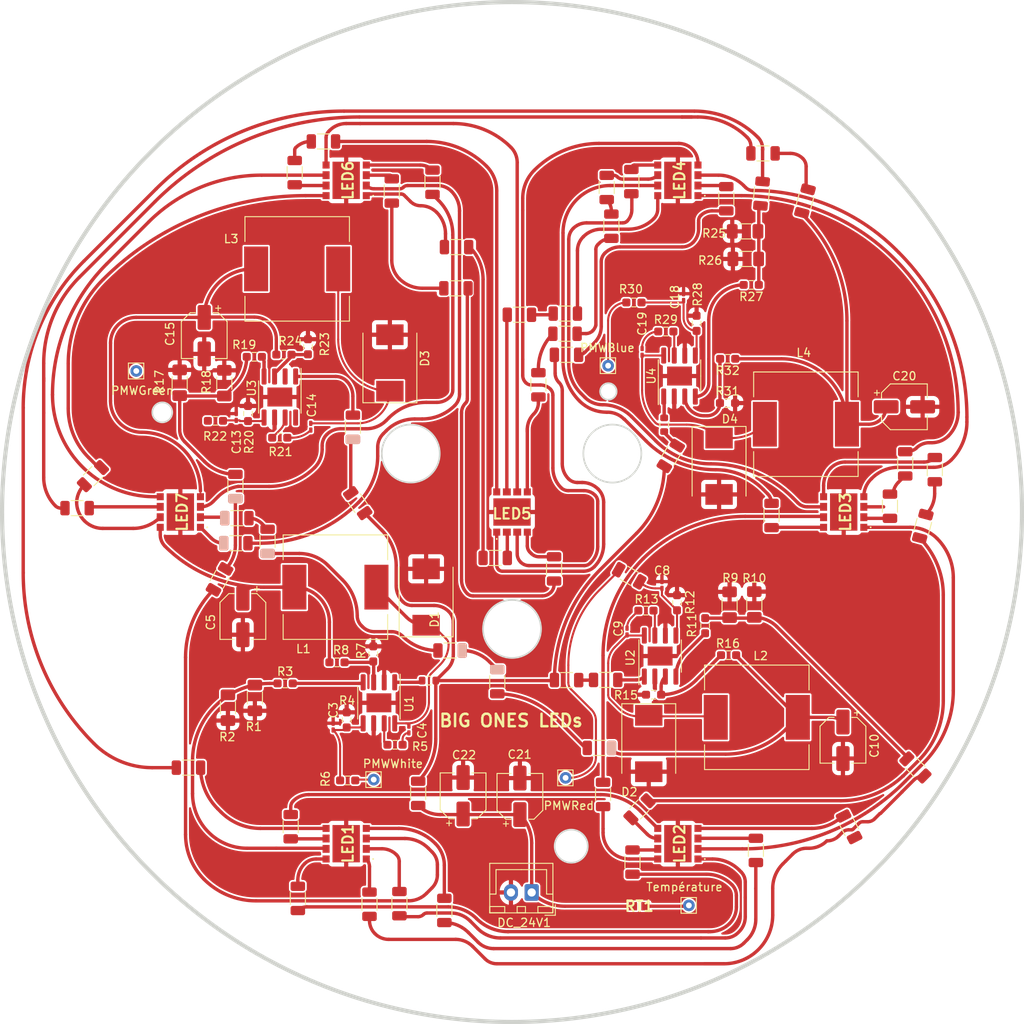
<source format=kicad_pcb>
(kicad_pcb (version 20211014) (generator pcbnew)
  (layers (0 "F.Cu" signal) (31 "B.Cu" signal) (34 "B.Paste" user) (35 "F.Paste" user) (36 "B.SilkS" user "B.Silkscreen") (37 "F.SilkS" user "F.Silkscreen") (38 "B.Mask" user) (39 "F.Mask" user) (44 "Edge.Cuts" user))
  (net 0 "")
  (net 1 "Vin")
  (net 2 "Net-(C3-Pad1)")
  (net 3 "Net-(C4-Pad1)")
  (net 4 "Net-(C4-Pad2)")
  (net 5 "White+")
  (net 6 "Net-(C8-Pad1)")
  (net 7 "Net-(C9-Pad1)")
  (net 8 "Net-(C9-Pad2)")
  (net 9 "RED+")
  (net 10 "Net-(C13-Pad1)")
  (net 11 "Net-(C14-Pad1)")
  (net 12 "Net-(C14-Pad2)")
  (net 13 "Green+")
  (net 14 "Net-(C18-Pad1)")
  (net 15 "Net-(C19-Pad1)")
  (net 16 "Net-(C19-Pad2)")
  (net 17 "Blue+")
  (net 18 "GND")
  (net 19 "RED-")
  (net 20 "Net-(LED1-PadP2)")
  (net 21 "Green-")
  (net 22 "Net-(LED1-PadP4)")
  (net 23 "Blue-")
  (net 24 "Net-(LED1-PadP6)")
  (net 25 "White-")
  (net 26 "Net-(LED1-PadP8)")
  (net 27 "Net-(LED2-PadP2)")
  (net 28 "Net-(LED2-PadP4)")
  (net 29 "Net-(LED2-PadP6)")
  (net 30 "Net-(LED2-PadP8)")
  (net 31 "Net-(LED3-PadP2)")
  (net 32 "Net-(LED3-PadP4)")
  (net 33 "Net-(LED3-PadP6)")
  (net 34 "Net-(LED3-PadP8)")
  (net 35 "Net-(LED4-PadP2)")
  (net 36 "Net-(LED4-PadP4)")
  (net 37 "Net-(LED4-PadP6)")
  (net 38 "Net-(LED4-PadP8)")
  (net 39 "Net-(LED5-PadP2)")
  (net 40 "Net-(LED5-PadP4)")
  (net 41 "Net-(LED5-PadP6)")
  (net 42 "Net-(LED5-PadP8)")
  (net 43 "Net-(LED6-PadP2)")
  (net 44 "Net-(LED6-PadP4)")
  (net 45 "Net-(LED6-PadP6)")
  (net 46 "Net-(LED6-PadP8)")
  (net 47 "PMWBlue")
  (net 48 "PMWGreen")
  (net 49 "PMWRed")
  (net 50 "PMWWhite")
  (net 51 "Net-(R3-Pad2)")
  (net 52 "Net-(R5-Pad2)")
  (net 53 "OVP")
  (net 54 "Net-(R11-Pad2)")
  (net 55 "Net-(R13-Pad2)")
  (net 56 "Net-(R19-Pad2)")
  (net 57 "Net-(R21-Pad2)")
  (net 58 "Net-(R27-Pad2)")
  (net 59 "Net-(R29-Pad2)")
  (net 60 "Net-(RT1-Pad2)")
  (footprint "Resistor_SMD:R_0603_1608Metric_Pad0.98x0.95mm_HandSolder" (layer "F.Cu") (at 108.92 81.28)
    (fp_text reference "R19")
    (fp_text value "1k" hide)
  )
  (footprint "Resistor_SMD:R_0603_1608Metric_Pad0.98x0.95mm_HandSolder" (layer "F.Cu") (at 118.89 118.13)
    (fp_text reference "R8")
    (fp_text value "11k" hide)
  )
  (footprint "Resistor_SMD:R_1206_3216Metric" (layer "F.Cu") (at 189.54 101.72 75)
    (fp_text reference "R0_1" hide)
    (fp_text value "R_1206_3216Metric" hide)
  )
  (footprint "Connector_Pin:Pin_D0.7mm_L6.5mm_W1.8mm_FlatFork" (layer "F.Cu") (at 161.33 147.44)
    (fp_text reference "Température")
    (fp_text value "Conn_01x01" hide)
  )
  (footprint "AComposantPROJOLEDs:LEDs" (layer "F.Cu") (at 100 100 90)
    (fp_text reference "LED7")
    (fp_text value "LERTDUWS2WM-JBLA-1+LBMA-P+4V5A-P+MBNA-CQ" hide)
  )
  (footprint "Resistor_SMD:R_1206_3216Metric" (layer "F.Cu") (at 140.89 76.21 180)
    (fp_text reference "R14" hide)
    (fp_text value "0" hide)
  )
  (footprint "Diode_SMD:D_SMC" (layer "F.Cu") (at 125.27 82.02 90)
    (fp_text reference "D3")
    (fp_text value "B360" hide)
  )
  (footprint "Resistor_SMD:R_1206_3216Metric" (layer "F.Cu") (at 130.41 60.23 -90)
    (fp_text reference "R14" hide)
    (fp_text value "0" hide)
  )
  (footprint "Resistor_SMD:R_1206_3216Metric" (layer "F.Cu") (at 131.84 148.0475 90)
    (fp_text reference "R0_1" hide)
    (fp_text value "R_1206_3216Metric" hide)
  )
  (footprint "Capacitor_SMD:C_0201_0603Metric_Pad0.64x0.40mm_HandSolder" (layer "F.Cu") (at 155.69 80.69 -90)
    (fp_text reference "C19")
    (fp_text value "0.1µF" hide)
  )
  (footprint "AComposantPROJOLEDs:LEDs" (layer "F.Cu") (at 180 100 90)
    (fp_text reference "LED3")
    (fp_text value "LERTDUWS2WM-JBLA-1+LBMA-P+4V5A-P+MBNA-CQ" hide)
  )
  (footprint "Resistor_SMD:R_1206_3216Metric" (layer "F.Cu") (at 146.39 78.5)
    (fp_text reference "R14" hide)
    (fp_text value "0" hide)
  )
  (footprint "AComposantPROJOLEDs:LEDs" (layer "F.Cu") (at 160 60 90)
    (fp_text reference "LED4")
    (fp_text value "LERTDUWS2WM-JBLA-1+LBMA-P+4V5A-P+MBNA-CQ" hide)
  )
  (footprint "Resistor_SMD:R_0603_1608Metric_Pad0.98x0.95mm_HandSolder" (layer "F.Cu") (at 168.85 72.61 180)
    (fp_text reference "R27")
    (fp_text value "1k" hide)
  )
  (footprint "Resistor_SMD:R_0603_1608Metric_Pad0.98x0.95mm_HandSolder" (layer "F.Cu") (at 120.06 125.07 -90)
    (fp_text reference "R4")
    (fp_text value "10k" hide)
  )
  (footprint "Resistor_SMD:R_0603_1608Metric_Pad0.98x0.95mm_HandSolder" (layer "F.Cu") (at 154.7 74.73 180)
    (fp_text reference "R30")
    (fp_text value "0" hide)
  )
  (footprint "Resistor_SMD:R_1206_3216Metric_Pad1.30x1.75mm_HandSolder" (layer "F.Cu") (at 169.22 111.15 -90)
    (fp_text reference "R10")
    (fp_text value "400m" hide)
  )
  (footprint "Resistor_SMD:R_1206_3216Metric" (layer "F.Cu") (at 106.81 100.74)
    (fp_text reference "R0_4" hide)
    (fp_text value "R_1206_3216Metric" hide)
  )
  (footprint "Diode_SMD:D_SMC" (layer "F.Cu") (at 164.97 94.48 -90)
    (fp_text reference "D4")
    (fp_text value "B360" hide)
  )
  (footprint "Resistor_SMD:R_0603_1608Metric_Pad0.98x0.95mm_HandSolder" (layer "F.Cu") (at 125.89 128.07 180)
    (fp_text reference "R5")
    (fp_text value "10" hide)
  )
  (footprint "Resistor_SMD:R_1206_3216Metric_Pad1.30x1.75mm_HandSolder" (layer "F.Cu") (at 108.99 122.42 90)
    (fp_text reference "R1")
    (fp_text value "250m" hide)
  )
  (footprint "Resistor_SMD:R_1206_3216Metric_Pad1.30x1.75mm_HandSolder" (layer "F.Cu") (at 166.24 111.18 -90)
    (fp_text reference "R9")
    (fp_text value "400m" hide)
  )
  (footprint "Connector_Pin:Pin_D0.7mm_L6.5mm_W1.8mm_FlatFork" (layer "F.Cu") (at 123.32 132.27)
    (fp_text reference "PMWWhite")
    (fp_text value "Conn_01x01" hide)
  )
  (footprint "Resistor_SMD:R_1206_3216Metric" (layer "F.Cu") (at 159.144993 93.23027 58)
    (fp_text reference "R14" hide)
    (fp_text value "0" hide)
  )
  (footprint "Resistor_SMD:R_0603_1608Metric_Pad0.98x0.95mm_HandSolder" (layer "F.Cu") (at 163.29 113.71 -90)
    (fp_text reference "R11")
    (fp_text value "1k" hide)
  )
  (footprint "Resistor_SMD:R_1206_3216Metric" (layer "F.Cu") (at 154.39 60.15 90)
    (fp_text reference "R14" hide)
    (fp_text value "0" hide)
  )
  (footprint "Resistor_SMD:R_1206_3216Metric" (layer "F.Cu") (at 89.46 95.67 45)
    (fp_text reference "R0_1" hide)
    (fp_text value "R_1206_3216Metric" hide)
  )
  (footprint "Resistor_SMD:R_0603_1608Metric_Pad0.98x0.95mm_HandSolder" (layer "F.Cu") (at 158.55 78.23)
    (fp_text reference "R29")
    (fp_text value "10" hide)
  )
  (footprint "Resistor_SMD:R_0603_1608Metric" (layer "F.Cu") (at 158.35 89.47 90)
    (fp_text reference "REF**" hide)
    (fp_text value "R_0603_1608Metric" hide)
  )
  (footprint "Resistor_SMD:R_1206_3216Metric" (layer "F.Cu") (at 151.98 65.53 -90)
    (fp_text reference "R14" hide)
    (fp_text value "0" hide)
  )
  (footprint "Resistor_SMD:R_0603_1608Metric_Pad0.98x0.95mm_HandSolder" (layer "F.Cu") (at 166.12 117.26 180)
    (fp_text reference "R16")
    (fp_text value "11k" hide)
  )
  (footprint "Diode_SMD:D_SMC" (layer "F.Cu") (at 156.49 127.92 -90)
    (fp_text reference "D2")
    (fp_text value "B560" hide)
  )
  (footprint "Resistor_SMD:R_0603_1608Metric_Pad0.98x0.95mm_HandSolder" (layer "F.Cu") (at 165.99 86.86)
    (fp_text reference "R31")
    (fp_text value "10k" hide)
  )
  (footprint "Capacitor_SMD:CP_Elec_5x5.4" (layer "F.Cu") (at 107.54 112.6 -90)
    (fp_text reference "C5")
    (fp_text value "4.7µF" hide)
  )
  (footprint "Resistor_SMD:R_1206_3216Metric" (layer "F.Cu") (at 143.18 84.66 -90)
    (fp_text reference "R14" hide)
    (fp_text value "0" hide)
  )
  (footprint "Resistor_SMD:R_1206_3216Metric" (layer "F.Cu") (at 117.2575 55.31 180)
    (fp_text reference "R14" hide)
    (fp_text value "0" hide)
  )
  (footprint "Connector_Pin:Pin_D0.7mm_L6.5mm_W1.8mm_FlatFork" (layer "F.Cu") (at 94.685 82.99)
    (fp_text reference "PMWGreen")
    (fp_text value "Conn_01x01" hide)
  )
  (footprint "Resistor_SMD:R_1206_3216Metric" (layer "F.Cu") (at 146.43 76.07 180)
    (fp_text reference "R14" hide)
    (fp_text value "0" hide)
  )
  (footprint "Resistor_SMD:R_1206_3216Metric" (layer "F.Cu") (at 175.33 62.5 75)
    (fp_text reference "R14" hide)
    (fp_text value "0" hide)
  )
  (footprint "Resistor_SMD:R_1206_3216Metric" (layer "F.Cu") (at 121.39 98.93 -55)
    (fp_text reference "R0_2" hide)
    (fp_text value "R_1206_3216Metric" hide)
  )
  (footprint "Resistor_SMD:R_1206_3216Metric" (layer "F.Cu") (at 137.97 105.54 180)
    (fp_text reference "R14" hide)
    (fp_text value "0" hide)
  )
  (footprint "Resistor_SMD:R_0603_1608Metric_Pad0.98x0.95mm_HandSolder" (layer "F.Cu") (at 162.26 77.24 -90)
    (fp_text reference "R28")
    (fp_text value "10k" hide)
  )
  (footprint "Resistor_SMD:R_1206_3216Metric" (layer "F.Cu") (at 187.42 94.19 90)
    (fp_text reference "R0_1" hide)
    (fp_text value "R_1206_3216Metric" hide)
  )
  (footprint "Resistor_SMD:R_1206_3216Metric_Pad1.30x1.75mm_HandSolder" (layer "F.Cu") (at 168.11 66.15)
    (fp_text reference "R25")
    (fp_text value "250m" hide)
  )
  (footprint "Resistor_SMD:R_0603_1608Metric_Pad0.98x0.95mm_HandSolder" (layer "F.Cu") (at 108.16 88.12 -90)
    (fp_text reference "R20")
    (fp_text value "10k" hide)
  )
  (footprint "Resistor_SMD:R_1206_3216Metric" (layer "F.Cu") (at 146.57 81.04 180)
    (fp_text reference "R14" hide)
    (fp_text value "0" hide)
  )
  (footprint "Resistor_SMD:R_1206_3216Metric" (layer "F.Cu") (at 185.58 99.3 90)
    (fp_text reference "R0_1" hide)
    (fp_text value "R_1206_3216Metric" hide)
  )
  (footprint "Connector_Pin:Pin_D0.7mm_L6.5mm_W1.8mm_FlatFork" (layer "F.Cu") (at 151.59 82.35)
    (fp_text reference "PMWBlue")
    (fp_text value "Conn_01x01" hide)
  )
  (footprint "Resistor_SMD:R_1206_3216Metric" (layer "F.Cu") (at 106.64 96.92 90)
    (fp_text reference "R0_3" hide)
    (fp_text value "R_1206_3216Metric" hide)
  )
  (footprint "Resistor_SMD:R_0603_1608Metric_Pad0.98x0.95mm_HandSolder" (layer "F.Cu") (at 156.15 111.89)
    (fp_text reference "R13")
    (fp_text value "10" hide)
  )
  (footprint "Capacitor_SMD:CP_Elec_5x5.4" (layer "F.Cu") (at 179.91 127.53 -90)
    (fp_text reference "C10")
    (fp_text value "4.7µF" hide)
  )
  (footprint "Resistor_SMD:R_1206_3216Metric" (layer "F.Cu") (at 154.53 142.22 90)
    (fp_text reference "R0_1" hide)
    (fp_text value "R_1206_3216Metric" hide)
  )
  (footprint "Resistor_SMD:R_1206_3216Metric" (layer "F.Cu") (at 150.98 134.06 90)
    (fp_text reference "R0_1" hide)
    (fp_text value "R_1206_3216Metric" hide)
  )
  (footprint "Resistor_SMD:R_1206_3216Metric" (layer "F.Cu") (at 106.69 103.76)
    (fp_text reference "R0_4" hide)
    (fp_text value "R_1206_3216Metric" hide)
  )
  (footprint "Resistor_SMD:R_1206_3216Metric_Pad1.30x1.75mm_HandSolder" (layer "F.Cu") (at 105.3 84.46 -90)
    (fp_text reference "R18")
    (fp_text value "250m" hide)
  )
  (footprint "Package_SO:SOIC-8-1EP_3.9x4.9mm_P1.27mm_EP2.29x3mm" (layer "F.Cu") (at 123.95 123.01 -90)
    (fp_text reference "U1")
    (fp_text value "MPQ24833-BGN-AEC1-P" hide)
  )
  (footprint "Capacitor_SMD:CP_Elec_5x5.4" (layer "F.Cu") (at 134.1 134.22 90)
    (fp_text reference "C22")
    (fp_text value "4.7µF" hide)
  )
  (footprint "Capacitor_SMD:C_0201_0603Metric_Pad0.64x0.40mm_HandSolder" (layer "F.Cu") (at 106.74 88.54 90)
    (fp_text reference "C13")
    (fp_text value "NC" hide)
  )
  (footprint "AComposantPROJOLEDs:THRMC1608X95N" (layer "F.Cu") (at 155.34 147.54)
    (fp_text reference "RT1")
    (fp_text value "NCP18XH103F03RB" hide)
  )
  (footprint "Resistor_SMD:R_0603_1608Metric_Pad0.98x0.95mm_HandSolder" (layer "F.Cu") (at 111.99 91.04 180)
    (fp_text reference "R21")
    (fp_text value "10" hide)
  )
  (footprint "Resistor_SMD:R_0603_1608Metric_Pad0.98x0.95mm_HandSolder" (layer "F.Cu") (at 166.01 81.52 180)
    (fp_text reference "R32")
    (fp_text value "11k" hide)
  )
  (footprint "Inductor_SMD:L_12x12mm_H8mm" (layer "F.Cu") (at 175.44 89.41)
    (fp_text reference "L4")
    (fp_text value "22µH" hide)
  )
  (footprint "Resistor_SMD:R_1206_3216Metric" (layer "F.Cu") (at 120.81 89.78 90)
    (fp_text reference "R0_3" hide)
    (fp_text value "R_1206_3216Metric" hide)
  )
  (footprint "Resistor_SMD:R_1206_3216Metric" (layer "F.Cu") (at 133.24 73.02 180)
    (fp_text reference "R14" hide)
    (fp_text value "0" hide)
  )
  (footprint "Resistor_SMD:R_0603_1608Metric_Pad0.98x0.95mm_HandSolder" (layer "F.Cu") (at 112.49 81.02)
    (fp_text reference "R24")
    (fp_text value "11k" hide)
  )
  (footprint "Capacitor_SMD:C_0201_0603Metric_Pad0.64x0.40mm_HandSolder" (layer "F.Cu") (at 160.69 74.08 90)
    (fp_text reference "C18")
    (fp_text value "NC" hide)
  )
  (footprint "Resistor_SMD:R_0603_1608Metric_Pad0.98x0.95mm_HandSolder" (layer "F.Cu") (at 157.07 122.03 180)
    (fp_text reference "R15")
    (fp_text value "10k" hide)
  )
  (footprint "Resistor_SMD:R_0603_1608Metric" (layer "F.Cu") (at 129.98 120.33 180)
    (fp_text reference "REF**" hide)
    (fp_text value "R_0603_1608Metric" hide)
  )
  (footprint "Resistor_SMD:R_1206_3216Metric" (layer "F.Cu") (at 110.52 103.54 90)
    (fp_text reference "R0_3" hide)
    (fp_text value "R_1206_3216Metric" hide)
  )
  (footprint "Resistor_SMD:R_0603_1608Metric_Pad0.98x0.95mm_HandSolder" (layer "F.Cu") (at 112.64 120.67)
    (fp_text reference "R3")
    (fp_text value "1k" hide)
  )
  (footprint "Resistor_SMD:R_0603_1608Metric_Pad0.98x0.95mm_HandSolder" (layer "F.Cu") (at 123.27 117.11 90)
    (fp_text reference "R7")
    (fp_text value "10k" hide)
  )
  (footprint "Resistor_SMD:R_1206_3216Metric" (layer "F.Cu") (at 122.81 147.3 90)
    (fp_text reference "R0_1" hide)
    (fp_text value "R_1206_3216Metric" hide)
  )
  (footprint "Resistor_SMD:R_1206_3216Metric" (layer "F.Cu") (at 145.07 106.86 90)
    (fp_text reference "R14" hide)
    (fp_text value "0" hide)
  )
  (footprint "Capacitor_SMD:CP_Elec_5x5.4" (layer "F.Cu") (at 140.95 134.29 90)
    (fp_text reference "C21")
    (fp_text value "4.7µF" hide)
  )
  (footprint "Resistor_SMD:R_1206_3216Metric" (layer "F.Cu") (at 133.31 68.05 180)
    (fp_text reference "R14" hide)
    (fp_text value "0" hide)
  )
  (footprint "Resistor_SMD:R_1206_3216Metric" (layer "F.Cu") (at 125.5 61.28 -90)
    (fp_text reference "R14" hide)
    (fp_text value "0" hide)
  )
  (footprint "Connector_Pin:Pin_D0.7mm_L6.5mm_W1.8mm_FlatFork" (layer "F.Cu") (at 146.46 132.06)
    (fp_text reference "PMWRed")
    (fp_text value "Conn_01x01" hide)
  )
  (footprint "Capacitor_SMD:CP_Elec_5x5.4" (layer "F.Cu") (at 187.32 87.31)
    (fp_text reference "C20")
    (fp_text value "4.7µF" hide)
  )
  (footprint "Capacitor_SMD:C_0201_0603Metric_Pad0.64x0.40mm_HandSolder" (layer "F.Cu") (at 158.08 108.8 90)
    (fp_text reference "C8")
    (fp_text value "NC" hide)
  )
  (footprint "Resistor_SMD:R_1206_3216Metric" (layer "F.Cu") (at 126.42 147.23 90)
    (fp_text reference "R0_1" hide)
    (fp_text value "R_1206_3216Metric" hide)
  )
  (footprint "Resistor_SMD:R_1206_3216Metric" (layer "F.Cu") (at 113.31 137.95 90)
    (fp_text reference "R0_1" hide)
    (fp_text value "R_1206_3216Metric" hide)
  )
  (footprint "Resistor_SMD:R_1206_3216Metric" (layer "F.Cu") (at 138.22 120.46 -90)
    (fp_text reference "R0_3" hide)
    (fp_text value "R_1206_3216Metric" hide)
  )
  (footprint "Connector_JST:JST_XH_B2B-XH-A_1x02_P2.50mm_Vertical" (layer "F.Cu") (at 142.37 145.88 180)
    (fp_text reference "DC_24V1")
    (fp_text value "Conn_01x02" hide)
  )
  (footprint "Resistor_SMD:R_1206_3216Metric" (layer "F.Cu") (at 87.55 99.53)
    (fp_text reference "R0_1" hide)
    (fp_text value "R_1206_3216Metric" hide)
  )
  (footprint "Resistor_SMD:R_1206_3216Metric" (layer "F.Cu") (at 171.3 100.42 90)
    (fp_text reference "R0_1" hide)
    (fp_text value "R_1206_3216Metric" hide)
  )
  (footprint "Resistor_SMD:R_0603_1608Metric_Pad0.98x0.95mm_HandSolder" (layer "F.Cu") (at 115.39 80.07 90)
    (fp_text reference "R23")
    (fp_text value "10k" hide)
  )
  (footprint "Resistor_SMD:R_1206_3216Metric" (layer "F.Cu") (at 114.17 146.6 90)
    (fp_text reference "R0_1" hide)
    (fp_text value "R_1206_3216Metric" hide)
  )
  (footprint "Resistor_SMD:R_1206_3216Metric_Pad1.30x1.75mm_HandSolder" (layer "F.Cu") (at 99.92 84.41 -90)
    (fp_text reference "R17")
    (fp_text value "250m" hide)
  )
  (footprint "Resistor_SMD:R_0603_1608Metric_Pad0.98x0.95mm_HandSolder" (layer "F.Cu") (at 104.23 89 180)
    (fp_text reference "R22")
    (fp_text value "0" hide)
  )
  (footprint "Resistor_SMD:R_0603_1608Metric_Pad0.98x0.95mm_HandSolder" (layer "F.Cu") (at 120.18 132.37)
    (fp_text reference "R6")
    (fp_text value "0" hide)
  )
  (footprint "Resistor_SMD:R_1206_3216Metric" (layer "F.Cu") (at 100.98 130.83 180)
    (fp_text reference "R0_1" hide)
    (fp_text value "R_1206_3216Metric" hide)
  )
  (footprint "Inductor_SMD:L_12x12mm_H8mm" (layer "F.Cu") (at 169.52 124.76)
    (fp_text reference "L2")
    (fp_text value "22µH" hide)
  )
  (footprint "Resistor_SMD:R_1206_3216Metric" (layer "F.Cu") (at 155.37 135.85 45)
    (fp_text reference "R0_1" hide)
    (fp_text value "R_1206_3216Metric" hide)
  )
  (footprint "Resistor_SMD:R_1206_3216Metric" (layer "F.Cu") (at 169.41 140.81 90)
    (fp_text reference "R0_1" hide)
    (fp_text value "R_1206_3216Metric" hide)
  )
  (footprint "Resistor_SMD:R_1206_3216Metric" (layer "F.Cu") (at 146.58 120.27 180)
    (fp_text reference "R0_1" hide)
    (fp_text value "R_1206_3216Metric" hide)
  )
  (footprint "AComposantPROJOLEDs:LEDs" (layer "F.Cu") (at 120 140 90)
    (fp_text reference "LED1")
    (fp_text value "LERTDUWS2WM-JBLA-1+LBMA-P+4V5A-P+MBNA-CQ" hide)
  )
  (footprint "Package_SO:SOIC-8-1EP_3.9x4.9mm_P1.27mm_EP2.29x3mm" (layer "F.Cu") (at 160.2 83.6 90)
    (fp_text reference "U4")
    (fp_text value "MPQ24833-BGN-AEC1-P" hide)
  )
  (footprint "Resistor_SMD:R_1206_3216Metric" (layer "F.Cu") (at 180.65 137.96 -63)
    (fp_text reference "R0_1" hide)
    (fp_text value "R_1206_3216Metric" hide)
  )
  (footprint "Diode_SMD:D_SMC" (layer "F.Cu") (at 129.64 110.25 90)
    (fp_text reference "D1")
    (fp_text value "B360" hide)
  )
  (footprint "Inductor_SMD:L_12x12mm_H8mm" (layer "F.Cu") (at 118.7 109.06 180)
    (fp_text reference "L1")
    (fp_text value "22µH" hide)
  )
  (footprint "Resistor_SMD:R_1206_3216Metric" (layer "F.Cu") (at 104.73 108.12 60)
    (fp_text reference "R0_2" hide)
    (fp_text value "R_1206_3216Metric" hide)
  )
  (footprint "Resistor_SMD:R_1206_3216Metric" (layer "F.Cu") (at 128.68 133.93 90)
    (fp_text reference "R0_1" hide)
    (fp_text value "R_1206_3216Metric" hide)
  )
  (footprint "Resistor_SMD:R_1206_3216Metric" (layer "F.Cu") (at 188.65 130.8 135)
    (fp_text reference "R0_1" hide)
    (fp_text value "R_1206_3216Metric" hide)
  )
  (footprint "Resistor_SMD:R_1206_3216Metric" (layer "F.Cu") (at 150.54 128.45 180)
    (fp_text reference "R0_3" hide)
    (fp_text value "R_1206_3216Metric" hide)
  )
  (footprint "Capacitor_SMD:C_0201_0603Metric_Pad0.64x0.40mm_HandSolder" (layer "F.Cu") (at 153.87 114.42 -90)
    (fp_text reference "C9")
    (fp_text value "0.1µF" hide)
  )
  (footprint "Resistor_SMD:R_1206_3216Metric" (layer "F.Cu") (at 165.84 62.22 -90)
    (fp_text reference "R14" hide)
    (fp_text value "0" hide)
  )
  (footprint "Resistor_SMD:R_1206_3216Metric" (layer "F.Cu") (at 132.53 116.7 180)
    (fp_text reference "R0_3" hide)
    (fp_text value "R_1206_3216Metric" hide)
  )
  (footprint "Capacitor_SMD:CP_Elec_5x5.4" (layer "F.Cu") (at 102.88 78.73 -90)
    (fp_text reference "C15")
    (fp_text value "4.7µF" hide)
  )
  (footprint "Resistor_SMD:R_1206_3216Metric" (layer "F.Cu") (at 113.79 59.07 -90)
    (fp_text reference "R14" hide)
    (fp_text value "0" hide)
  )
  (footprint "AComposantPROJOLEDs:LEDs" (layer "F.Cu") (at 120 60 90)
    (fp_text reference "LED6")
    (fp_text value "LERTDUWS2WM-JBLA-1+LBMA-P+4V5A-P+MBNA-CQ" hide)
  )
  (footprint "Resistor_SMD:R_1206_3216Metric" (layer "F.Cu") (at 170.09 61.6 85)
    (fp_text reference "R14" hide)
    (fp_text value "0" hide)
  )
  (footprint "Package_SO:SOIC-8-1EP_3.9x4.9mm_P1.27mm_EP2.29x3mm" (layer "F.Cu") (at 112 86.13 -90)
    (fp_text reference "U3")
    (fp_text value "MPQ24833-BGN-AEC1-P" hide)
  )
  (footprint "AComposantPROJOLEDs:LEDs" (layer "F.Cu") (at 160 140 90)
    (fp_text reference "LED2")
    (fp_text value "LERTDUWS2WM-JBLA-1+LBMA-P+4V5A-P+MBNA-CQ" hide)
  )
  (footprint "Resistor_SMD:R_1206_3216Metric" (layer "F.Cu") (at 190.99 94.89 90)
    (fp_text reference "R0_1" hide)
    (fp_text value "R_1206_3216Metric" hide)
  )
  (footprint "Capacitor_SMD:C_0201_0603Metric_Pad0.64x0.40mm_HandSolder" (layer "F.Cu") (at 115.73 89.71 90)
    (fp_text reference "C14")
    (fp_text value "0.1µF" hide)
  )
  (footprint "AComposantPROJOLEDs:LEDs" (layer "F.Cu") (at 140 100)
    (fp_text reference "LED5")
    (fp_text value "LERTDUWS2WM-JBLA-1+LBMA-P+4V5A-P+MBNA-CQ" hide)
  )
  (footprint "Resistor_SMD:R_0603_1608Metric_Pad0.98x0.95mm_HandSolder" (layer "F.Cu") (at 159.9 110.94 -90)
    (fp_text reference "R12")
    (fp_text value "10k" hide)
  )
  (footprint "Capacitor_SMD:C_0201_0603Metric_Pad0.64x0.40mm_HandSolder" (layer "F.Cu") (at 127.56 126.23 90)
    (fp_text reference "C4")
    (fp_text value "0.1µF" hide)
  )
  (footprint "Resistor_SMD:R_1206_3216Metric" (layer "F.Cu") (at 151.29 120.25 180)
    (fp_text reference "R0_1" hide)
    (fp_text value "R_1206_3216Metric" hide)
  )
  (footprint "Resistor_SMD:R_1206_3216Metric_Pad1.30x1.75mm_HandSolder" (layer "F.Cu") (at 168.19 69.48)
    (fp_text reference "R26")
    (fp_text value "250m" hide)
  )
  (footprint "Inductor_SMD:L_12x12mm_H8mm" (layer "F.Cu") (at 114.09 70.68 180)
    (fp_text reference "L3")
    (fp_text value "22µH")
  )
  (footprint "Resistor_SMD:R_1206_3216Metric_Pad1.30x1.75mm_HandSolder" (layer "F.Cu") (at 105.74 123.6 90)
    (fp_text reference "R2")
    (fp_text value "250m" hide)
  )
  (footprint "Package_SO:SOIC-8-1EP_3.9x4.9mm_P1.27mm_EP2.29x3mm" (layer "F.Cu") (at 157.86 117.37 90)
    (fp_text reference "U2")
    (fp_text value "MPQ24833-BGN-AEC1-P" hide)
  )
  (footprint "Capacitor_SMD:C_0201_0603Metric_Pad0.64x0.40mm_HandSolder" (layer "F.Cu") (at 118.43 125.88 90)
    (fp_text reference "C3")
    (fp_text value "NC" hide)
  )
  (footprint "Resistor_SMD:R_1206_3216Metric" (layer "F.Cu") (at 154.13 107.69 150)
    (fp_text reference "R14" hide)
    (fp_text value "0" hide)
  )
  (footprint "Resistor_SMD:R_1206_3216Metric" (layer "F.Cu") (at 151.42 60.86 90)
    (fp_text reference "R14" hide)
    (fp_text value "0" hide)
  )
  (footprint "Resistor_SMD:R_1206_3216Metric" (layer "F.Cu") (at 170.27 56.75)
    (fp_text reference "R14" hide)
    (fp_text value "0" hide)
  )
  (gr_circle (center 127.789 92.95) (end 131.289 92.95) (layer "Edge.Cuts") (width 0.2) (fill none))
  (gr_circle (center 151.62 85.46) (end 152.62 85.46) (layer "Edge.Cuts") (width 0.2) (fill none))
  (gr_circle (center 97.82 87.98) (end 96.74 87.44) (layer "Edge.Cuts") (width 0.2) (fill none))
  (gr_circle (center 152.1 92.95) (end 155.6 92.95) (layer "Edge.Cuts") (width 0.2) (fill none))
  (gr_circle (center 140 100) (end 201.5 100) (layer "Edge.Cuts") (width 0.5) (fill none))
  (gr_circle (center 147.14 140.3) (end 149.14 140.3) (layer "Edge.Cuts") (width 0.2) (fill none))
  (gr_circle (center 140 114.1) (end 143.5 114.1) (layer "Edge.Cuts") (width 0.2) (fill none))
  (gr_text "BIG ONES LEDs" (at 139.88 125.15) (layer "F.SilkS") (effects (font (size 1.5 1.5) (thickness 0.3))))
  (segment (start 115.72066 55.31) (end 115.795 55.31) (width 0.41) (layer "F.Cu") (net 0))
  (segment (start 113.79 57.6075) (end 113.79 56.349705) (width 0.41) (layer "F.Cu") (net 0))
  (arc (start 113.91 56.06) (mid 114.740737 55.504919) (end 115.72066 55.31) (width 0.41) (layer "F.Cu") (net 0))
  (arc (start 113.79 56.349705) (mid 113.821187 56.192918) (end 113.91 56.06) (width 0.41) (layer "F.Cu") (net 0))
  (segment (start 158.35 88.645) (end 158.35 86.207781) (width 0.41) (layer "F.Cu") (net 1))
  (segment (start 147.7225 120.28) (end 149.755074 120.28) (width 0.41) (layer "F.Cu") (net 1))
  (segment (start 130.805 120.33) (end 130.805 127.337297) (width 0.41) (layer "F.Cu") (net 1))
  (segment (start 126.03 108.864488) (end 126.03 106.43) (width 0.41) (layer "F.Cu") (net 1))
  (segment (start 132.92 117.23) (end 132.92 113.313675) (width 0.41) (layer "F.Cu") (net 1))
  (segment (start 140.95 136.49) (end 131.329599 136.49) (width 0.41) (layer "F.Cu") (net 1))
  (segment (start 130.805 120.33) (end 132.223499 118.911501) (width 0.41) (layer "F.Cu") (net 1))
  (segment (start 154.977244 120.25) (end 152.7525 120.25) (width 0.41) (layer "F.Cu") (net 1))
  (segment (start 130.593482 111.27) (end 127.926396 111.27) (width 0.41) (layer "F.Cu") (net 1))
  (segment (start 120.551144 97.73199) (end 120.551144 91.867433) (width 0.41) (layer "F.Cu") (net 1))
  (segment (start 128.89197 135.604471) (end 128.68 135.3925) (width 0.25) (layer "F.Cu") (net 1))
  (segment (start 142.37 145.88) (end 142.37 139.918183) (width 0.41) (layer "F.Cu") (net 1))
  (segment (start 146.377594 147.54) (end 154.59 147.54) (width 0.41) (layer "F.Cu") (net 1))
  (segment (start 150.631165 106.958835) (end 155.0116 102.5784) (width 0.41) (layer "F.Cu") (net 1))
  (segment (start 124.261635 102.160789) (end 122.228856 100.12801) (width 0.41) (layer "F.Cu") (net 1))
  (segment (start 113.917071 83.65) (end 118.722183 83.65) (width 0.41) (layer "F.Cu") (net 1))
  (segment (start 125.855 120.535) (end 128.660087 120.535) (width 0.41) (layer "F.Cu") (net 1))
  (segment (start 120.81 86.034802) (end 120.81 88.3175) (width 0.41) (layer "F.Cu") (net 1))
  (segment (start 158.438388 90.508389) (end 159.92 91.99) (width 0.41) (layer "F.Cu") (net 1))
  (segment (start 130.805 120.33) (end 144.67679 120.33) (width 0.41) (layer "F.Cu") (net 1))
  (arc (start 144.67679 120.33) (mid 144.742118 120.317005) (end 144.7975 120.28) (width 0.41) (layer "F.Cu") (net 1))
  (arc (start 155.955 119.845) (mid 155.506402 120.144744) (end 154.977244 120.25) (width 0.41) (layer "F.Cu") (net 1))
  (arc (start 142.37 139.918183) (mid 142.000954 138.062864) (end 140.95 136.49) (width 0.41) (layer "F.Cu") (net 1))
  (arc (start 132.223499 118.911501) (mid 132.738985 118.140022) (end 132.92 117.23) (width 0.41) (layer "F.Cu") (net 1))
  (arc (start 126.03 106.43) (mid 125.570417 104.11952) (end 124.261635 102.160789) (width 0.41) (layer "F.Cu") (net 1))
  (arc (start 113.905 83.655) (mid 113.910538 83.651299) (end 113.917071 83.65) (width 0.41) (layer "F.Cu") (net 1))
  (arc (start 158.35 86.207781) (mid 158.335706 86.13592) (end 158.295 86.075) (width 0.41) (layer "F.Cu") (net 1))
  (arc (start 120.05 84.2) (mid 120.612482 85.041814) (end 120.81 86.034802) (width 0.41) (layer "F.Cu") (net 1))
  (arc (start 158.35 90.295) (mid 158.372971 90.410485) (end 158.438388 90.508389) (width 0.41) (layer "F.Cu") (net 1))
  (arc (start 128.660087 120.535) (mid 128.927932 120.481722) (end 129.155 120.33) (width 0.41) (layer "F.Cu") (net 1))
  (arc (start 118.722183 83.65) (mid 119.440792 83.792941) (end 120.05 84.2) (width 0.41) (layer "F.Cu") (net 1))
  (arc (start 145.1175 120.27) (mid 146.550455 113.066049) (end 150.631165 106.958835) (width 0.41) (layer "F.Cu") (net 1))
  (arc (start 142.37 145.88) (mid 144.2087 147.10858) (end 146.377594 147.54) (width 0.41) (layer "F.Cu") (net 1))
  (arc (start 126.84 110.82) (mid 126.240512 109.922804) (end 126.03 108.864488) (width 0.41) (layer "F.Cu") (net 1))
  (arc (start 130.805 127.337297) (mid 130.25273 130.113743) (end 128.68 132.4675) (width 0.41) (layer "F.Cu") (net 1))
  (arc (start 131.329599 136.49) (mid 129.895646 136.204769) (end 128.68 135.3925) (width 0.41) (layer "F.Cu") (net 1))
  (arc (start 127.926396 111.27) (mid 127.338443 111.153049) (end 126.84 110.82) (width 0.41) (layer "F.Cu") (net 1))
  (arc (start 155.0116 102.5784) (mid 157.49717 98.858482) (end 158.369986 94.47054) (width 0.41) (layer "F.Cu") (net 1))
  (arc (start 132.92 113.313675) (mid 132.779659 112.608131) (end 132.38 112.01) (width 0.41) (layer "F.Cu") (net 1))
  (arc (start 132.38 112.01) (mid 131.560339 111.462319) (end 130.593482 111.27) (width 0.41) (layer "F.Cu") (net 1))
  (arc (start 120.551144 91.867433) (mid 120.618418 91.529222) (end 120.81 91.2425) (width 0.41) (layer "F.Cu") (net 1))
  (arc (start 149.755074 120.28) (mid 149.794271 120.272203) (end 149.8275 120.25) (width 0.41) (layer "F.Cu") (net 1))
  (segment (start 120.06 125.9825) (end 121.5475 125.9825) (width 0.25) (layer "F.Cu") (net 2))
  (segment (start 118.43 126.2875) (end 119.755 126.2875) (width 0.25) (layer "F.Cu") (net 2))
  (segment (start 119.2675 128.309403) (end 119.2675 132.37) (width 0.25) (layer "F.Cu") (net 2))
  (arc (start 119.755 126.2875) (mid 119.970668 126.198168) (end 120.06 125.9825) (width 0.25) (layer "F.Cu") (net 2))
  (arc (start 121.5475 125.9825) (mid 121.899286 125.836786) (end 122.045 125.485) (width 0.25) (layer "F.Cu") (net 2))
  (arc (start 118.43 126.2875) (mid 119.049841 127.215157) (end 119.2675 128.309403) (width 0.25) (layer "F.Cu") (net 2))
  (segment (start 126.8025 128.07) (end 126.8025 127.395) (width 0.25) (layer "F.Cu") (net 3))
  (arc (start 126.8025 127.395) (mid 127.024367 126.859367) (end 127.56 126.6375) (width 0.25) (layer "F.Cu") (net 3))
  (segment (start 130.25 119.49) (end 131.331766 118.408234) (width 0.25) (layer "F.Cu") (net 4))
  (segment (start 132.095442 115.335441) (end 132.05 115.29) (width 0.25) (layer "F.Cu") (net 4))
  (segment (start 123.65 110.29) (end 123.65 109.06) (width 0.25) (layer "F.Cu") (net 4))
  (segment (start 127.2225 125.485) (end 125.855 125.485) (width 0.25) (layer "F.Cu") (net 4))
  (segment (start 127.2225 125.485) (end 127.445 125.485) (width 0.25) (layer "F.Cu") (net 4))
  (segment (start 123.65 109.06) (end 127.25005 112.66005) (width 0.41) (layer "F.Cu") (net 4))
  (segment (start 129.98 122.95) (end 129.98 120.141837) (width 0.25) (layer "F.Cu") (net 4))
  (segment (start 132.05 115.29) (end 130.954472 114.194472) (width 0.25) (layer "F.Cu") (net 4))
  (arc (start 132.35 115.95) (mid 132.283842 115.617403) (end 132.095442 115.335441) (width 0.25) (layer "F.Cu") (net 4))
  (arc (start 127.25005 112.66005) (mid 128.346568 113.39272) (end 129.64 113.65) (width 0.41) (layer "F.Cu") (net 4))
  (arc (start 131.331766 118.408234) (mid 132.08537 117.280387) (end 132.35 115.95) (width 0.25) (layer "F.Cu") (net 4))
  (arc (start 127.445 125.485) (mid 129.237516 124.742516) (end 129.98 122.95) (width 0.25) (layer "F.Cu") (net 4))
  (arc (start 130.954472 114.194472) (mid 130.351387 113.791504) (end 129.64 113.65) (width 0.25) (layer "F.Cu") (net 4))
  (arc (start 127.56 125.8225) (mid 127.461149 125.583851) (end 127.2225 125.485) (width 0.25) (layer "F.Cu") (net 4))
  (arc (start 129.98 120.141837) (mid 130.050171 119.789066) (end 130.25 119.49) (width 0.25) (layer "F.Cu") (net 4))
  (segment (start 110.076214 109.06) (end 113.75 109.06) (width 0.41) (layer "F.Cu") (net 5))
  (segment (start 97.575 101.845) (end 97.575 102.731828) (width 0.41) (layer "F.Cu") (net 5))
  (segment (start 117.9775 118.13) (end 117.9775 113.2875) (width 0.41) (layer "F.Cu") (net 5))
  (segment (start 113.75 109.06) (end 108.88 109.06) (width 0.41) (layer "F.Cu") (net 5))
  (arc (start 108.88 109.06) (mid 107.932477 109.452477) (end 107.54 110.4) (width 0.41) (layer "F.Cu") (net 5))
  (arc (start 98.15 104.12) (mid 103.621793 107.776136) (end 110.076214 109.06) (width 0.41) (layer "F.Cu") (net 5))
  (arc (start 97.575 102.731828) (mid 97.724438 103.483101) (end 98.15 104.12) (width 0.41) (layer "F.Cu") (net 5))
  (arc (start 117.9775 113.2875) (mid 116.739294 110.298206) (end 113.75 109.06) (width 0.41) (layer "F.Cu") (net 5))
  (segment (start 158.08 110.0325) (end 158.08 109.2075) (width 0.25) (layer "F.Cu") (net 6))
  (segment (start 158.08 109.2075) (end 157.294737 109.2075) (width 0.25) (layer "F.Cu") (net 6))
  (segment (start 159.9 111.8525) (end 158.08 110.0325) (width 0.25) (layer "F.Cu") (net 6))
  (segment (start 159.9 114.569082) (end 159.9 111.8525) (width 0.25) (layer "F.Cu") (net 6))
  (arc (start 159.765 114.895) (mid 159.864915 114.745467) (end 159.9 114.569082) (width 0.25) (layer "F.Cu") (net 6))
  (arc (start 157.294737 109.2075) (mid 156.267452 109.00316) (end 155.396562 108.42125) (width 0.25) (layer "F.Cu") (net 6))
  (segment (start 154.403866 112.723635) (end 155.2375 111.89) (width 0.25) (layer "F.Cu") (net 7))
  (arc (start 153.87 114.0125) (mid 154.008747 113.314971) (end 154.403866 112.723635) (width 0.25) (layer "F.Cu") (net 7))
  (segment (start 155.24 124.64) (end 164.280295 124.64) (width 0.25) (layer "F.Cu") (net 8))
  (segment (start 152.407869 116.28963) (end 153.87 114.8275) (width 0.25) (layer "F.Cu") (net 8))
  (segment (start 155.955 114.895) (end 154.032959 114.895) (width 0.25) (layer "F.Cu") (net 8))
  (segment (start 151.6 122.068874) (end 151.6 118.24) (width 0.25) (layer "F.Cu") (net 8))
  (segment (start 152.884192 123.664193) (end 151.82 122.6) (width 0.25) (layer "F.Cu") (net 8))
  (arc (start 164.280295 124.64) (mid 164.437082 124.671187) (end 164.57 124.76) (width 0.25) (layer "F.Cu") (net 8))
  (arc (start 154.032959 114.895) (mid 153.944766 114.877457) (end 153.87 114.8275) (width 0.25) (layer "F.Cu") (net 8))
  (arc (start 155.24 124.64) (mid 153.965046 124.386396) (end 152.884192 123.664193) (width 0.25) (layer "F.Cu") (net 8))
  (arc (start 151.6 118.24) (mid 151.809958 117.184468) (end 152.407869 116.28963) (width 0.25) (layer "F.Cu") (net 8))
  (arc (start 151.82 122.6) (mid 151.657176 122.356318) (end 151.6 122.068874) (width 0.25) (layer "F.Cu") (net 8))
  (segment (start 174.47 124.76) (end 173.056417 126.173583) (width 0.41) (layer "F.Cu") (net 9))
  (segment (start 145.236209 124.828709) (end 148.7675 128.36) (width 0.41) (layer "F.Cu") (net 9))
  (segment (start 137.287216 118.064716) (end 138.22 118.9975) (width 0.41) (layer "F.Cu") (net 9))
  (segment (start 123.390243 114.43) (end 125.486325 114.43) (width 0.41) (layer "F.Cu") (net 9))
  (segment (start 109.825967 101.383467) (end 110.52 102.0775) (width 0.41) (layer "F.Cu") (net 9))
  (segment (start 165.75 129.2) (end 153.277106 129.2) (width 0.41) (layer "F.Cu") (net 9))
  (segment (start 102.425 100.625) (end 105.069866 100.625) (width 0.41) (layer "F.Cu") (net 9))
  (segment (start 167.076694 117.366694) (end 174.47 124.76) (width 0.41) (layer "F.Cu") (net 9))
  (segment (start 110.52 105.0025) (end 114.353711 105.0025) (width 0.41) (layer "F.Cu") (net 9))
  (segment (start 121.824975 113.684974) (end 121.99 113.85) (width 0.41) (layer "F.Cu") (net 9))
  (segment (start 117.8 106.43) (end 119.541019 108.171019) (width 0.41) (layer "F.Cu") (net 9))
  (segment (start 174.47 124.76) (end 178.533899 124.76) (width 0.41) (layer "F.Cu") (net 9))
  (segment (start 130.966589 116.7) (end 131.0675 116.7) (width 0.41) (layer "F.Cu") (net 9))
  (arc (start 125.486325 114.43) (mid 126.191868 114.570342) (end 126.79 114.97) (width 0.41) (layer "F.Cu") (net 9))
  (arc (start 133.9925 116.7) (mid 135.775587 117.054678) (end 137.287216 118.064716) (width 0.41) (layer "F.Cu") (net 9))
  (arc (start 173.056417 126.173583) (mid 169.704204 128.41346) (end 165.75 129.2) (width 0.41) (layer "F.Cu") (net 9))
  (arc (start 119.541019 108.171019) (mid 120.865059 110.152584) (end 121.33 112.49) (width 0.41) (layer "F.Cu") (net 9))
  (arc (start 105.069866 100.625) (mid 105.22012 100.654888) (end 105.3475 100.74) (width 0.2) (layer "F.Cu") (net 9))
  (arc (start 108.2725 100.74) (mid 109.11323 100.907232) (end 109.825967 101.383467) (width 0.41) (layer "F.Cu") (net 9))
  (arc (start 167.0325 117.26) (mid 167.043986 117.317742) (end 167.076694 117.366694) (width 0.41) (layer "F.Cu") (net 9))
  (arc (start 138.22 121.9225) (mid 142.017145 122.677799) (end 145.236209 124.828709) (width 0.41) (layer "F.Cu") (net 9))
  (arc (start 114.353711 105.0025) (mid 116.218829 105.373495) (end 117.8 106.43) (width 0.41) (layer "F.Cu") (net 9))
  (arc (start 153.277106 129.2) (mid 152.623825 129.070054) (end 152.07 128.7) (width 0.41) (layer "F.Cu") (net 9))
  (arc (start 121.99 113.85) (mid 122.632437 114.279263) (end 123.390243 114.43) (width 0.41) (layer "F.Cu") (net 9))
  (arc (start 178.533899 124.76) (mid 179.278639 124.908138) (end 179.91 125.33) (width 0.41) (layer "F.Cu") (net 9))
  (arc (start 121.33 112.49) (mid 121.45864 113.136715) (end 121.824975 113.684974) (width 0.41) (layer "F.Cu") (net 9))
  (arc (start 126.79 114.97) (mid 128.706235 116.250388) (end 130.966589 116.7) (width 0.41) (layer "F.Cu") (net 9))
  (segment (start 108.16 89.0325) (end 107.1975 89.0325) (width 0.25) (layer "F.Cu") (net 10))
  (segment (start 109.6675 89.0325) (end 108.16 89.0325) (width 0.25) (layer "F.Cu") (net 10))
  (segment (start 106.74 88.9475) (end 105.195 88.9475) (width 0.25) (layer "F.Cu") (net 10))
  (segment (start 107.1125 88.9475) (end 106.74 88.9475) (width 0.25) (layer "F.Cu") (net 10))
  (arc (start 107.1975 89.0325) (mid 107.172604 88.972396) (end 107.1125 88.9475) (width 0.25) (layer "F.Cu") (net 10))
  (arc (start 105.195 88.9475) (mid 105.157877 88.962877) (end 105.1425 89) (width 0.25) (layer "F.Cu") (net 10))
  (arc (start 110.095 88.605) (mid 109.969788 88.907288) (end 109.6675 89.0325) (width 0.25) (layer "F.Cu") (net 10))
  (segment (start 112.9025 91.04) (end 113.502888 91.04) (width 0.25) (layer "F.Cu") (net 11))
  (arc (start 113.502888 91.04) (mid 114.708192 90.80025) (end 115.73 90.1175) (width 0.25) (layer "F.Cu") (net 11))
  (segment (start 115.73 89.3025) (end 121.3875 89.3025) (width 0.25) (layer "F.Cu") (net 12))
  (segment (start 119.04 70.68) (end 119.04 79.19) (width 0.25) (layer "F.Cu") (net 12))
  (arc (start 121.3875 89.3025) (mid 124.132842 88.165342) (end 125.27 85.42) (width 0.25) (layer "F.Cu") (net 12))
  (arc (start 119.04 79.19) (mid 120.864725 83.595275) (end 125.27 85.42) (width 0.25) (layer "F.Cu") (net 12))
  (segment (start 108.73 70.68) (end 109.14 70.68) (width 0.2) (layer "F.Cu") (net 13))
  (segment (start 111.5775 81.02) (end 111.5775 79.1375) (width 0.41) (layer "F.Cu") (net 13))
  (segment (start 94.67 76.53) (end 102.88 76.53) (width 0.41) (layer "F.Cu") (net 13))
  (segment (start 91.58 86.61) (end 91.58 79.62) (width 0.41) (layer "F.Cu") (net 13))
  (segment (start 102.425 98.155) (end 102.425 97.455) (width 0.2) (layer "F.Cu") (net 13))
  (segment (start 108.93 76.49) (end 102.92 76.49) (width 0.41) (layer "F.Cu") (net 13))
  (arc (start 91.58 79.62) (mid 92.48504 77.43504) (end 94.67 76.53) (width 0.41) (layer "F.Cu") (net 13))
  (arc (start 102.88 76.53) (mid 104.593425 72.393425) (end 108.73 70.68) (width 0.41) (layer "F.Cu") (net 13))
  (arc (start 111.5775 79.1375) (mid 110.802065 77.265435) (end 108.93 76.49) (width 0.41) (layer "F.Cu") (net 13))
  (arc (start 95.35 90.38) (mid 92.684207 89.275793) (end 91.58 86.61) (width 0.41) (layer "F.Cu") (net 13))
  (arc (start 102.92 76.49) (mid 102.891716 76.501716) (end 102.88 76.53) (width 0.2) (layer "F.Cu") (net 13))
  (arc (start 102.425 97.455) (mid 100.35278 92.45222) (end 95.35 90.38) (width 0.41) (layer "F.Cu") (net 13))
  (segment (start 162.26 80.97) (end 162.26 78.1525) (width 0.25) (layer "F.Cu") (net 14))
  (segment (start 155.6125 74.73) (end 160.4475 74.73) (width 0.25) (layer "F.Cu") (net 14))
  (segment (start 160.69 76.5825) (end 160.69 74.4875) (width 0.25) (layer "F.Cu") (net 14))
  (arc (start 162.26 78.1525) (mid 161.149842 77.692658) (end 160.69 76.5825) (width 0.25) (layer "F.Cu") (net 14))
  (arc (start 162.105 81.125) (mid 162.214602 81.079602) (end 162.26 80.97) (width 0.25) (layer "F.Cu") (net 14))
  (arc (start 160.4475 74.73) (mid 160.618973 74.658973) (end 160.69 74.4875) (width 0.25) (layer "F.Cu") (net 14))
  (segment (start 155.69 80.2825) (end 155.69 80.1775) (width 0.25) (layer "F.Cu") (net 15))
  (arc (start 155.69 80.1775) (mid 156.26041 78.80041) (end 157.6375 78.23) (width 0.25) (layer "F.Cu") (net 15))
  (segment (start 157.826984 89.46) (end 161.058975 89.46) (width 0.25) (layer "F.Cu") (net 16))
  (segment (start 164.97 91.08) (end 166.458264 91.08) (width 0.25) (layer "F.Cu") (net 16))
  (segment (start 155.69 81.0975) (end 155.69 85.314832) (width 0.25) (layer "F.Cu") (net 16))
  (segment (start 158.295 81.125) (end 155.7175 81.125) (width 0.25) (layer "F.Cu") (net 16))
  (arc (start 155.7175 81.125) (mid 155.698055 81.116945) (end 155.69 81.0975) (width 0.25) (layer "F.Cu") (net 16))
  (arc (start 155.69 85.314832) (mid 156.113623 87.444529) (end 157.32 89.25) (width 0.25) (layer "F.Cu") (net 16))
  (arc (start 161.058975 89.46) (mid 163.175606 89.881025) (end 164.97 91.08) (width 0.25) (layer "F.Cu") (net 16))
  (arc (start 166.458264 91.08) (mid 168.640224 90.645981) (end 170.49 89.41) (width 0.25) (layer "F.Cu") (net 16))
  (arc (start 157.32 89.25) (mid 157.552606 89.405423) (end 157.826984 89.46) (width 0.25) (layer "F.Cu") (net 16))
  (segment (start 97.575 99.375) (end 89.386703 99.375) (width 0.41) (layer "F.Cu") (net 17))
  (segment (start 87.82 71.69) (end 96.939378 62.570622) (width 0.41) (layer "F.Cu") (net 17))
  (segment (start 83.52 84.2) (end 83.52 83.894142) (width 0.41) (layer "F.Cu") (net 17))
  (segment (start 175.468234 58.331421) (end 175.468234 61.288401) (width 0.41) (layer "F.Cu") (net 17))
  (segment (start 180.39 89.41) (end 180.39 76.934383) (width 0.41) (layer "F.Cu") (net 17))
  (segment (start 162.406893 52.36) (end 160.48 52.36) (width 0.41) (layer "F.Cu") (net 17))
  (segment (start 168.8075 56.75) (end 168.8075 55.886218) (width 0.41) (layer "F.Cu") (net 17))
  (segment (start 86.0875 99.53) (end 85.591837 99.53) (width 0.41) (layer "F.Cu") (net 17))
  (segment (start 160.48 52.36) (end 161.695127 52.36) (width 0.41) (layer "F.Cu") (net 17))
  (segment (start 83.52 95.831817) (end 83.52 88.041421) (width 0.41) (layer "F.Cu") (net 17))
  (segment (start 83.52 84.2) (end 83.52 82.071118) (width 0.41) (layer "F.Cu") (net 17))
  (segment (start 166.9225 81.52) (end 172.5 81.52) (width 0.41) (layer "F.Cu") (net 17))
  (segment (start 171.7325 56.75) (end 173.573188 56.75) (width 0.41) (layer "F.Cu") (net 17))
  (segment (start 121.59 52.36) (end 160.48 52.36) (width 0.41) (layer "F.Cu") (net 17))
  (segment (start 180.39 89.41) (end 183.02 89.41) (width 0.41) (layer "F.Cu") (net 17))
  (segment (start 83.52 88.041421) (end 83.52 84.2) (width 0.41) (layer "F.Cu") (net 17))
  (arc (start 96.939378 62.570622) (mid 108.249179 55.013654) (end 121.59 52.36) (width 0.41) (layer "F.Cu") (net 17))
  (arc (start 83.52 82.071118) (mid 84.637533 76.452898) (end 87.82 71.69) (width 0.41) (layer "F.Cu") (net 17))
  (arc (start 168.8075 55.886218) (mid 168.693797 55.314597) (end 168.37 54.83) (width 0.41) (layer "F.Cu") (net 17))
  (arc (start 175.07 57.37) (mid 175.364736 57.811104) (end 175.468234 58.331421) (width 0.41) (layer "F.Cu") (net 17))
  (arc (start 89.386703 99.375) (mid 89.184186 99.415283) (end 89.0125 99.53) (width 0.41) (layer "F.Cu") (net 17))
  (arc (start 173.573188 56.75) (mid 174.383256 56.911133) (end 175.07 57.37) (width 0.41) (layer "F.Cu") (net 17))
  (arc (start 172.5 81.52) (mid 178.079073 83.830927) (end 180.39 89.41) (width 0.41) (layer "F.Cu") (net 17))
  (arc (start 85.591837 99.53) (mid 85.239065 99.459829) (end 84.94 99.26) (width 0.41) (layer "F.Cu") (net 17))
  (arc (start 180.39 76.934383) (mid 179.018232 70.038038) (end 175.111766 64.191599) (width 0.41) (layer "F.Cu") (net 17))
  (arc (start 83.52 83.894142) (mid 83.522599 83.881077) (end 83.53 83.87) (width 0.41) (layer "F.Cu") (net 17))
  (arc (start 84.94 99.26) (mid 83.889046 97.687137) (end 83.52 95.831817) (width 0.41) (layer "F.Cu") (net 17))
  (arc (start 168.37 54.83) (mid 165.634104 53.001932) (end 162.406893 52.36) (width 0.41) (layer "F.Cu") (net 17))
  (arc (start 183.02 89.41) (mid 184.504924 88.794924) (end 185.12 87.31) (width 0.41) (layer "F.Cu") (net 17))
  (segment (start 171.9343 113.8243) (end 187.675856 129.565856) (width 0.41) (layer "F.Cu") (net 19))
  (segment (start 122.81 148.7625) (end 122.81 149.25662) (width 0.41) (layer "F.Cu") (net 19))
  (segment (start 125.135807 151.54) (end 133.2 151.54) (width 0.41) (layer "F.Cu") (net 19))
  (segment (start 187.04 133.742263) (end 188.507472 132.274791) (width 0.41) (layer "F.Cu") (net 19))
  (segment (start 172.990258 142.109741) (end 173.849962 141.250037) (width 0.41) (layer "F.Cu") (net 19))
  (segment (start 182.312842 137.35) (end 182.9 137.35) (width 0.41) (layer "F.Cu") (net 19))
  (segment (start 179.403969 139.06603) (end 179.82 138.65) (width 0.41) (layer "F.Cu") (net 19))
  (segment (start 180.592548 138.33) (end 180.95 138.33) (width 0.41) (layer "F.Cu") (net 19))
  (segment (start 122.81 142.774472) (end 122.81 145.8375) (width 0.41) (layer "F.Cu") (net 19))
  (segment (start 189.744144 131.874144) (end 189.744144 131.909963) (width 0.41) (layer "F.Cu") (net 19))
  (segment (start 189.744144 131.874144) (end 189.744144 131.975856) (width 0.41) (layer "F.Cu") (net 19))
  (segment (start 183.719412 137.010589) (end 184.35 136.38) (width 0.41) (layer "F.Cu") (net 19))
  (segment (start 187.675856 129.565856) (end 187.675856 129.805856) (width 0.41) (layer "F.Cu") (net 19))
  (segment (start 171.44 148.61) (end 171.44 145.38534) (width 0.41) (layer "F.Cu") (net 19))
  (segment (start 181.12071 138.259289) (end 181.83 137.55) (width 0.41) (layer "F.Cu") (net 19))
  (segment (start 163.29 112.7975) (end 168.984615 112.7975) (width 0.41) (layer "F.Cu") (net 19))
  (segment (start 138.174386 154.48) (end 165.57 154.48) (width 0.41) (layer "F.Cu") (net 19))
  (segment (start 175.54 140.55) (end 175.82135 140.55) (width 0.41) (layer "F.Cu") (net 19))
  (segment (start 135.248528 152.388528) (end 136.75 153.89) (width 0.41) (layer "F.Cu") (net 19))
  (segment (start 163.213624 154.48) (end 165.57 154.48) (width 0.41) (layer "F.Cu") (net 19))
  (segment (start 184.452427 136.337573) (end 187.034529 133.755471) (width 0.41) (layer "F.Cu") (net 19))
  (segment (start 172.66 142.44) (end 172.990258 142.109741) (width 0.41) (layer "F.Cu") (net 19))
  (arc (start 175.82135 140.55) (mid 176.984191 140.318696) (end 177.97 139.66) (width 0.41) (layer "F.Cu") (net 19))
  (arc (start 179.82 138.65) (mid 180.174448 138.413165) (end 180.592548 138.33) (width 0.41) (layer "F.Cu") (net 19))
  (arc (start 188.507472 132.274791) (mid 189.056297 131.948377) (end 189.684144 131.834144) (width 0.41) (layer "F.Cu") (net 19))
  (arc (start 136.75 153.89) (mid 137.403514 154.326664) (end 138.174386 154.48) (width 0.41) (layer "F.Cu") (net 19))
  (arc (start 171.44 145.38534) (mid 171.757068 143.791333) (end 172.66 142.44) (width 0.41) (layer "F.Cu") (net 19))
  (arc (start 189.684144 131.834144) (mid 189.680154 131.854203) (end 189.668791 131.871208) (width 0.41) (layer "F.Cu") (net 19))
  (arc (start 169.22 112.7) (mid 170.688969 112.992196) (end 171.9343 113.8243) (width 0.41) (layer "F.Cu") (net 19))
  (arc (start 173.849962 141.250037) (mid 174.625358 140.731934) (end 175.54 140.55) (width 0.41) (layer "F.Cu") (net 19))
  (arc (start 165.57 154.48) (mid 169.720717 152.760717) (end 171.44 148.61) (width 0.41) (layer "F.Cu") (net 19))
  (arc (start 182.9 137.35) (mid 183.343462 137.26179) (end 183.719412 137.010589) (width 0.41) (layer "F.Cu") (net 19))
  (arc (start 122.81 149.25662) (mid 122.981529 150.118951) (end 123.47 150.85) (width 0.41) (layer "F.Cu") (net 19))
  (arc (start 184.35 136.38) (mid 184.405433 136.368974) (end 184.452427 136.337573) (width 0.41) (layer "F.Cu") (net 19))
  (arc (start 187.034529 133.755471) (mid 187.038578 133.749411) (end 187.04 133.742263) (width 0.41) (layer "F.Cu") (net 19))
  (arc (start 133.2 151.54) (mid 134.308655 151.760525) (end 135.248528 152.388528) (width 0.41) (layer "F.Cu") (net 19))
  (arc (start 181.83 137.55) (mid 182.051529 137.401978) (end 182.312842 137.35) (width 0.41) (layer "F.Cu") (net 19))
  (arc (start 168.984615 112.7975) (mid 169.112004 112.77216) (end 169.22 112.7) (width 0.41) (layer "F.Cu") (net 19))
  (arc (start 189.684144 131.834144) (mid 189.658009 131.839342) (end 189.635854 131.854147) (width 0.41) (layer "F.Cu") (net 19))
  (arc (start 180.95 138.33) (mid 181.042388 138.311623) (end 181.12071 138.259289) (width 0.41) (layer "F.Cu") (net 19))
  (arc (start 123.47 150.85) (mid 124.234279 151.360675) (end 125.135807 151.54) (width 0.41) (layer "F.Cu") (net 19))
  (arc (start 122.72 148.979779) (mid 122.74339 148.862189) (end 122.81 148.7625) (width 0.41) (layer "F.Cu") (net 19))
  (arc (start 177.97 139.66) (mid 178.746059 139.505632) (end 179.403969 139.06603) (width 0.41) (layer "F.Cu") (net 19))
  (arc (start 122.425 141.845) (mid 122.709942 142.271445) (end 122.81 142.774472) (width 0.41) (layer "F.Cu") (net 19))
  (segment (start 126.4 148.8025) (end 128.672127 148.8025) (width 0.41) (layer "F.Cu") (net 20))
  (segment (start 168.13 148.807036) (end 168.13 146.49) (width 0.41) (layer "F.Cu") (net 20))
  (segment (start 129.740416 148.36) (end 132.62 148.36) (width 0.41) (layer "F.Cu") (net 20))
  (segment (start 168.13 144.631248) (end 168.13 146.49) (width 0.41) (layer "F.Cu") (net 20))
  (segment (start 164.172467 141.845) (end 162.425 141.845) (width 0.41) (layer "F.Cu") (net 20))
  (segment (start 165.710762 151.37) (end 162.79 151.37) (width 0.41) (layer "F.Cu") (net 20))
  (segment (start 138.612203 151.37) (end 162.79 151.37) (width 0.41) (layer "F.Cu") (net 20))
  (segment (start 126.4 142.13669) (end 126.4 145.8775) (width 0.41) (layer "F.Cu") (net 20))
  (segment (start 167.378371 150.621629) (end 167.28 150.72) (width 0.25) (layer "F.Cu") (net 20))
  (segment (start 167.403223 143.183223) (end 167.62 143.4) (width 0.41) (layer "F.Cu") (net 20))
  (segment (start 134.958737 149.328736) (end 135.86 150.23) (width 0.41) (layer "F.Cu") (net 20))
  (segment (start 122.461213 140.61) (end 124.307625 140.61) (width 0.41) (layer "F.Cu") (net 20))
  (arc (start 124.307625 140.61) (mid 125.261415 140.799721) (end 126.07 141.34) (width 0.41) (layer "F.Cu") (net 20))
  (arc (start 167.62 143.4) (mid 167.997455 143.964901) (end 168.13 144.631248) (width 0.41) (layer "F.Cu") (net 20))
  (arc (start 126.07 141.34) (mid 126.314236 141.705524) (end 126.4 142.13669) (width 0.41) (layer "F.Cu") (net 20))
  (arc (start 168.13 148.807036) (mid 167.934658 149.789087) (end 167.378371 150.621629) (width 0.41) (layer "F.Cu") (net 20))
  (arc (start 129.33 148.53) (mid 129.5183 148.404182) (end 129.740416 148.36) (width 0.41) (layer "F.Cu") (net 20))
  (arc (start 132.62 148.36) (mid 133.885715 148.611766) (end 134.958737 149.328736) (width 0.41) (layer "F.Cu") (net 20))
  (arc (start 122.425 140.625) (mid 122.441614 140.613898) (end 122.461213 140.61) (width 0.41) (layer "F.Cu") (net 20))
  (arc (start 128.672127 148.8025) (mid 129.028165 148.731679) (end 129.33 148.53) (width 0.41) (layer "F.Cu") (net 20))
  (arc (start 164.172467 141.845) (mid 165.92094 142.192793) (end 167.403223 143.183223) (width 0.41) (layer "F.Cu") (net 20))
  (arc (start 135.86 150.23) (mid 137.122721 151.073724) (end 138.612203 151.37) (width 0.41) (layer "F.Cu") (net 20))
  (arc (start 167.28 150.72) (mid 166.560027 151.201071) (end 165.710762 151.37) (width 0.41) (layer "F.Cu") (net 20))
  (segment (start 127.509584 146.89) (end 109.125812 146.89) (width 0.41) (layer "F.Cu") (net 21))
  (segment (start 106.08 85.99) (end 104.955584 85.99) (width 0.2) (layer "F.Cu") (net 21))
  (segment (start 105.3 86.01) (end 106.577376 84.732624) (width 0.41) (layer "F.Cu") (net 21))
  (segment (start 99.92 90.07) (end 99.92 85.96) (width 0.41) (layer "F.Cu") (net 21))
  (segment (start 106.64 104.007684) (end 106.64 98.3825) (width 0.41) (layer "F.Cu") (net 21))
  (segment (start 129.91 140.55) (end 130.363604 141.003604) (width 0.41) (layer "F.Cu") (net 21))
  (segment (start 105.3 86.01) (end 100.04071 86.01) (width 0.41) (layer "F.Cu") (net 21))
  (segment (start 122.425 139.375) (end 127.0733 139.375) (width 0.41) (layer "F.Cu") (net 21))
  (segment (start 102.91424 93.914239) (end 100.521041 91.521041) (width 0.41) (layer "F.Cu") (net 21))
  (segment (start 130.35 145.33) (end 129.695391 145.984609) (width 0.41) (layer "F.Cu") (net 21))
  (segment (start 100.63 138.90397) (end 100.63 117.519443) (width 0.41) (layer "F.Cu") (net 21))
  (segment (start 131 142.54) (end 131 143.760762) (width 0.41) (layer "F.Cu") (net 21))
  (arc (start 129.695391 145.984609) (mid 128.692534 146.654697) (end 127.509584 146.89) (width 0.41) (layer "F.Cu") (net 21))
  (arc (start 130.363604 141.003604) (mid 130.834606 141.708508) (end 131 142.54) (width 0.41) (layer "F.Cu") (net 21))
  (arc (start 109.125812 146.89) (mid 105.736661 146.215848) (end 102.863475 144.296055) (width 0.41) (layer "F.Cu") (net 21))
  (arc (start 100.521041 91.521041) (mid 100.076205 90.855298) (end 99.92 90.07) (width 0.41) (layer "F.Cu") (net 21))
  (arc (start 106.577376 84.732624) (mid 107.635823 83.148547) (end 108.0075 81.28) (width 0.41) (layer "F.Cu") (net 21))
  (arc (start 100.63 117.519443) (mid 101.505509 113.11796) (end 103.99875 109.386562) (width 0.41) (layer "F.Cu") (net 21))
  (arc (start 102.863475 144.296055) (mid 101.210461 141.822146) (end 100.63 138.90397) (width 0.41) (layer "F.Cu") (net 21))
  (arc (start 106.64 95.4575) (mid 104.623633 95.05642) (end 102.91424 93.914239) (width 0.41) (layer "F.Cu") (net 21))
  (arc (start 127.0733 139.375) (mid 128.608511 139.680372) (end 129.91 140.55) (width 0.41) (layer "F.Cu") (net 21))
  (arc (start 131 143.760762) (mid 130.831071 144.610027) (end 130.35 145.33) (width 0.41) (layer "F.Cu") (net 21))
  (arc (start 105.46125 106.853438) (mid 106.333653 105.547795) (end 106.64 104.007684) (width 0.41) (layer "F.Cu") (net 21))
  (arc (start 100.04071 86.01) (mid 99.975382 85.997005) (end 99.92 85.96) (width 0.2) (layer "F.Cu") (net 21))
  (arc (start 105.444852 86.07) (mid 105.366459 86.054407) (end 105.3 86.01) (width 0.2) (layer "F.Cu") (net 21))
  (segment (start 169.4 145.41) (end 169.4 142.21) (width 0.41) (layer "F.Cu") (net 22))
  (segment (start 167.964681 151.98532) (end 168.38 151.57) (width 0.41) (layer "F.Cu") (net 22))
  (segment (start 131.84 146.585) (end 131.84 142.611492) (width 0.41) (layer "F.Cu") (net 22))
  (segment (start 134.742081 150.712081) (end 135.9 151.87) (width 0.41) (layer "F.Cu") (net 22))
  (segment (start 122.547219 138.155) (end 122.425 138.155) (width 0.41) (layer "F.Cu") (net 22))
  (segment (start 169.41 142.234142) (end 169.41 142.2725) (width 0.41) (layer "F.Cu") (net 22))
  (segment (start 126.344061 138.155) (end 122.425 138.155) (width 0.41) (layer "F.Cu") (net 22))
  (segment (start 162.49139 139.3475) (end 169.41 139.3475) (width 0.41) (layer "F.Cu") (net 22))
  (segment (start 169.41 142.2725) (end 169.617041 142.2725) (width 0.41) (layer "F.Cu") (net 22))
  (segment (start 169.4 149.107503) (end 169.4 145.41) (width 0.41) (layer "F.Cu") (net 22))
  (segment (start 137.783086 152.65) (end 166.36 152.65) (width 0.41) (layer "F.Cu") (net 22))
  (arc (start 131.84 142.611492) (mid 131.556718 141.187339) (end 130.75 139.98) (width 0.41) (layer "F.Cu") (net 22))
  (arc (start 169.617041 142.2725) (mid 169.705233 142.290043) (end 169.78 142.34) (width 0.41) (layer "F.Cu") (net 22))
  (arc (start 131.84 149.51) (mid 133.410595 149.822411) (end 134.742081 150.712081) (width 0.41) (layer "F.Cu") (net 22))
  (arc (start 168.38 151.57) (mid 169.134911 150.440197) (end 169.4 149.107503) (width 0.41) (layer "F.Cu") (net 22))
  (arc (start 169.4 142.21) (mid 169.407401 142.221076) (end 169.41 142.234142) (width 0.41) (layer "F.Cu") (net 22))
  (arc (start 122.68 138.1) (mid 122.61908 138.140706) (end 122.547219 138.155) (width 0.41) (layer "F.Cu") (net 22))
  (arc (start 166.36 152.65) (mid 167.228447 152.477255) (end 167.964681 151.98532) (width 0.41) (layer "F.Cu") (net 22))
  (arc (start 130.75 139.98) (mid 128.728538 138.629302) (end 126.344061 138.155) (width 0.41) (layer "F.Cu") (net 22))
  (arc (start 135.9 151.87) (mid 136.763967 152.447284) (end 137.783086 152.65) (width 0.41) (layer "F.Cu") (net 22))
  (arc (start 162.425 139.375) (mid 162.45546 139.354647) (end 162.49139 139.3475) (width 0.25) (layer "F.Cu") (net 22))
  (segment (start 117.575 138.155) (end 109.653929 138.155) (width 0.41) (layer "F.Cu") (net 23))
  (segment (start 169.7625 72.61) (end 169.7625 63.5025) (width 0.41) (layer "F.Cu") (net 23))
  (segment (start 170.217465 60.143065) (end 170.217465 56.30612) (width 0.41) (layer "F.Cu") (net 23))
  (segment (start 97.07 61.04) (end 88.375626 69.734373) (width 0.41) (layer "F.Cu") (net 23))
  (segment (start 104.91 136.19) (end 104.487807 135.767807) (width 0.41) (layer "F.Cu") (net 23))
  (segment (start 170.22 56.3) (end 170.22 56.171959) (width 0.41) (layer "F.Cu") (net 23))
  (segment (start 162.006944 51.65) (end 119.739465 51.65) (width 0.41) (layer "F.Cu") (net 23))
  (segment (start 81.05 87.42) (end 81.05 107.326759) (width 0.41) (layer "F.Cu") (net 23))
  (segment (start 96.605361 130.83) (end 99.5175 130.83) (width 0.41) (layer "F.Cu") (net 23))
  (arc (start 104.487807 135.767807) (mid 102.974058 133.502322) (end 102.4425 130.83) (width 0.41) (layer "F.Cu") (net 23))
  (arc (start 81.05 107.326759) (mid 83.266875 118.471741) (end 89.58 127.92) (width 0.41) (layer "F.Cu") (net 23))
  (arc (start 170.217465 56.30612) (mid 170.218124 56.302808) (end 170.22 56.3) (width 0.41) (layer "F.Cu") (net 23))
  (arc (start 119.739465 51.65) (mid 107.470839 54.090382) (end 97.07 61.04) (width 0.41) (layer "F.Cu") (net 23))
  (arc (start 89.58 127.92) (mid 92.803263 130.073716) (end 96.605361 130.83) (width 0.41) (layer "F.Cu") (net 23))
  (arc (start 170.22 56.171959) (mid 170.074461 55.440284) (end 169.66 54.82) (width 0.41) (layer "F.Cu") (net 23))
  (arc (start 109.653929 138.155) (mid 107.086533 137.644313) (end 104.91 136.19) (width 0.41) (layer "F.Cu") (net 23))
  (arc (start 169.66 54.82) (mid 166.148748 52.473856) (end 162.006944 51.65) (width 0.41) (layer "F.Cu") (net 23))
  (arc (start 88.375626 69.734373) (mid 82.953868 77.848608) (end 81.05 87.42) (width 0.41) (layer "F.Cu") (net 23))
  (segment (start 157.575 138.155) (end 155.494041 136.074041) (width 0.41) (layer "F.Cu") (net 24))
  (segment (start 113.31 136.4875) (end 113.31 135.574264) (width 0.41) (layer "F.Cu") (net 24))
  (segment (start 117.484467 139.4125) (end 113.31 139.4125) (width 0.41) (layer "F.Cu") (net 24))
  (segment (start 150.79 134.08) (end 150.68 134.08) (width 0.25) (layer "F.Cu") (net 24))
  (segment (start 115.468944 134.08) (end 150.68 134.08) (width 0.41) (layer "F.Cu") (net 24))
  (arc (start 113.31 135.574264) (mid 113.387967 135.182296) (end 113.61 134.85) (width 0.41) (layer "F.Cu") (net 24))
  (arc (start 155.494041 136.074041) (mid 153.28534 134.598234) (end 150.68 134.08) (width 0.41) (layer "F.Cu") (net 24))
  (arc (start 117.575 139.375) (mid 117.533463 139.402754) (end 117.484467 139.4125) (width 0.41) (layer "F.Cu") (net 24))
  (arc (start 113.61 134.85) (mid 114.46289 134.280117) (end 115.468944 134.08) (width 0.41) (layer "F.Cu") (net 24))
  (segment (start 111.57 140.55) (end 117.5 140.55) (width 0.41) (layer "F.Cu") (net 25))
  (segment (start 101.47 130) (end 101.47 133.96) (width 0.41) (layer "F.Cu") (net 25))
  (segment (start 111.57 140.55) (end 108.06 140.55) (width 0.41) (layer "F.Cu") (net 25))
  (segment (start 111.7275 120.67) (end 110.8 120.67) (width 0.41) (layer "F.Cu") (net 25))
  (arc (start 110.8 120.67) (mid 104.202694 123.402694) (end 101.47 130) (width 0.41) (layer "F.Cu") (net 25))
  (arc (start 117.5 140.55) (mid 117.553033 140.571967) (end 117.575 140.625) (width 0.2) (layer "F.Cu") (net 25))
  (arc (start 101.47 133.96) (mid 103.400166 138.619834) (end 108.06 140.55) (width 0.41) (layer "F.Cu") (net 25))
  (segment (start 163.662666 150.602666) (end 163.67 150.61) (width 0.41) (layer "F.Cu") (net 26))
  (segment (start 163.662666 150.602666) (end 139.525099 150.602666) (width 0.41) (layer "F.Cu") (net 26))
  (segment (start 114.17 145.1375) (end 114.17 144.375512) (width 0.41) (layer "F.Cu") (net 26))
  (segment (start 154.53 140.7575) (end 157.255117 140.7575) (width 0.41) (layer "F.Cu") (net 26))
  (segment (start 163.662666 150.602666) (end 163.881777 150.602666) (width 0.41) (layer "F.Cu") (net 26))
  (segment (start 132.315959 147.62) (end 115.238289 147.62) (width 0.41) (layer "F.Cu") (net 26))
  (segment (start 116.368172 141.845) (end 117.575 141.845) (width 0.41) (layer "F.Cu") (net 26))
  (segment (start 163.459985 143.6825) (end 154.53 143.6825) (width 0.41) (layer "F.Cu") (net 26))
  (segment (start 139.525099 150.602666) (end 139.522654 150.605111) (width 0.41) (layer "F.Cu") (net 26))
  (segment (start 167.06 147.626203) (end 167.06 146.253675) (width 0.41) (layer "F.Cu") (net 26))
  (arc (start 135.72 149.03) (mid 134.158212 147.986447) (end 132.315959 147.62) (width 0.41) (layer "F.Cu") (net 26))
  (arc (start 166.23 149.63) (mid 166.84429 148.71065) (end 167.06 147.626203) (width 0.41) (layer "F.Cu") (net 26))
  (arc (start 163.881777 150.602666) (mid 165.152626 150.349878) (end 166.23 149.63) (width 0.41) (layer "F.Cu") (net 26))
  (arc (start 166.52 144.95) (mid 165.116053 144.011913) (end 163.459985 143.6825) (width 0.41) (layer "F.Cu") (net 26))
  (arc (start 114.17 144.375512) (mid 114.380512 143.317197) (end 114.98 142.42) (width 0.41) (layer "F.Cu") (net 26))
  (arc (start 157.255117 140.7575) (mid 157.428236 140.723064) (end 157.575 140.625) (width 0.41) (layer "F.Cu") (net 26))
  (arc (start 115.238289 147.62) (mid 114.660135 147.735002) (end 114.17 148.0625) (width 0.41) (layer "F.Cu") (net 26))
  (arc (start 139.522654 150.605111) (mid 137.464672 150.195753) (end 135.72 149.03) (width 0.41) (layer "F.Cu") (net 26))
  (arc (start 167.06 146.253675) (mid 166.919659 145.548131) (end 166.52 144.95) (width 0.41) (layer "F.Cu") (net 26))
  (arc (start 114.98 142.42) (mid 115.616898 141.994438) (end 116.368172 141.845) (width 0.41) (layer "F.Cu") (net 26))
  (segment (start 167.784515 140.625) (end 162.425 140.625) (width 0.41) (layer "F.Cu") (net 27))
  (segment (start 182.425 101.845) (end 188.012883 101.845) (width 0.41) (layer "F.Cu") (net 27))
  (segment (start 189.5784 130.3216) (end 187.4 132.5) (width 0.41) (layer "F.Cu") (net 27))
  (segment (start 193.22 107.921858) (end 193.22 121.53) (width 0.41) (layer "F.Cu") (net 27))
  (arc (start 188.012883 101.845) (mid 189.77021 102.194554) (end 191.26 103.19) (width 0.41) (layer "F.Cu") (net 27))
  (arc (start 193.22 121.53) (mid 192.273579 126.28798) (end 189.5784 130.3216) (width 0.41) (layer "F.Cu") (net 27))
  (arc (start 187.4 132.5) (mid 178.400339 138.513382) (end 167.784515 140.625) (width 0.41) (layer "F.Cu") (net 27))
  (arc (start 191.26 103.19) (mid 192.710617 105.360995) (end 193.22 107.921858) (width 0.41) (layer "F.Cu") (net 27))
  (segment (start 181.253961 139.203097) (end 181.253961 139.323961) (width 0.41) (layer "F.Cu") (net 28))
  (segment (start 162.425 138.155) (end 176.164461 138.155) (width 0.41) (layer "F.Cu") (net 28))
  (segment (start 184.814305 99.375) (end 182.425 99.375) (width 0.41) (layer "F.Cu") (net 28))
  (arc (start 176.164461 138.155) (mid 178.200212 137.750063) (end 179.926039 136.596903) (width 0.41) (layer "F.Cu") (net 28))
  (arc (start 182.425 99.375) (mid 182.452825 99.442175) (end 182.52 99.47) (width 0.25) (layer "F.Cu") (net 28))
  (arc (start 182.425 99.375) (mid 182.496997 99.423107) (end 182.581923 99.44) (width 0.41) (layer "F.Cu") (net 28))
  (arc (start 162.425 138.155) (mid 162.428536 138.153536) (end 162.43 138.15) (width 0.41) (layer "F.Cu") (net 28))
  (segment (start 156.297593 138.84588) (end 154.335856 136.884144) (width 0.41) (layer "F.Cu") (net 29))
  (segment (start 177.575 96.816579) (end 177.575 98.155) (width 0.41) (layer "F.Cu") (net 29))
  (segment (start 192.01 122.775644) (end 192.01 110.009609) (width 0.41) (layer "F.Cu") (net 29))
  (segment (start 190.97 97.768843) (end 190.97 96.400785) (width 0.41) (layer "F.Cu") (net 29))
  (segment (start 187.167353 131.832646) (end 189.03 129.97) (width 0.41) (layer "F.Cu") (net 29))
  (segment (start 180.174091 93.97) (end 189.680287 93.97) (width 0.41) (layer "F.Cu") (net 29))
  (segment (start 179.640377 134.815856) (end 156.404144 134.815856) (width 0.41) (layer "F.Cu") (net 29))
  (arc (start 157.575 139.375) (mid 156.883672 139.237486) (end 156.297593 138.84588) (width 0.41) (layer "F.Cu") (net 29))
  (arc (start 157.43 139.52) (mid 157.53253 139.47753) (end 157.575 139.375) (width 0.25) (layer "F.Cu") (net 29))
  (arc (start 187.144487 131.842118) (mid 187.156862 131.839656) (end 187.167353 131.832646) (width 0.41) (layer "F.Cu") (net 29))
  (arc (start 180.174091 93.97) (mid 179.246432 94.154523) (end 178.46 94.68) (width 0.41) (layer "F.Cu") (net 29))
  (arc (start 189.680287 93.97) (mid 190.389099 93.829008) (end 190.99 93.427499) (width 0.41) (layer "F.Cu") (net 29))
  (arc (start 190.97 97.768843) (mid 190.69673 99.142664) (end 189.918523 100.307333) (width 0.41) (layer "F.Cu") (net 29))
  (arc (start 187.144487 131.842118) (mid 183.675828 134.044796) (end 179.640377 134.815856) (width 0.41) (layer "F.Cu") (net 29))
  (arc (start 178.46 94.68) (mid 177.805004 95.66027) (end 177.575 96.816579) (width 0.41) (layer "F.Cu") (net 29))
  (arc (start 190.97 96.400785) (mid 190.975198 96.374654) (end 190.99 96.352501) (width 0.41) (layer "F.Cu") (net 29))
  (arc (start 177.575 98.155) (mid 177.563898 98.138386) (end 177.56 98.118787) (width 0.25) (layer "F.Cu") (net 29))
  (arc (start 189.03 129.97) (mid 191.235523 126.669201) (end 192.01 122.775644) (width 0.41) (layer "F.Cu") (net 29))
  (arc (start 192.01 110.009609) (mid 191.269693 106.287835) (end 189.161477 103.132667) (width 0.41) (layer "F.Cu") (net 29))
  (segment (start 157.575 141.845) (end 154.155 141.845) (width 0.41) (layer "F.Cu") (net 30))
  (segment (start 150.98 132.5975) (end 150.98 117.290651) (width 0.41) (layer "F.Cu") (net 30))
  (segment (start 150.98 138.67) (end 150.98 138.19) (width 0.41) (layer "F.Cu") (net 30))
  (segment (start 177.339615 100.5275) (end 168.128524 100.5275) (width 0.41) (layer "F.Cu") (net 30))
  (segment (start 150.98 138.19) (end 150.98 135.5225) (width 0.41) (layer "F.Cu") (net 30))
  (arc (start 177.575 100.625) (mid 177.467005 100.552839) (end 177.339615 100.5275) (width 0.41) (layer "F.Cu") (net 30))
  (arc (start 177.436183 100.5675) (mid 177.51131 100.582444) (end 177.575 100.625) (width 0.41) (layer "F.Cu") (net 30))
  (arc (start 157.46 141.96) (mid 157.541317 141.926317) (end 157.575 141.845) (width 0.25) (layer "F.Cu") (net 30))
  (arc (start 168.128524 100.5275) (mid 161.461787 101.853596) (end 155.81 105.63) (width 0.41) (layer "F.Cu") (net 30))
  (arc (start 154.155 141.845) (mid 151.909936 140.915064) (end 150.98 138.67) (width 0.41) (layer "F.Cu") (net 30))
  (arc (start 150.98 117.290651) (mid 152.235276 110.979952) (end 155.81 105.63) (width 0.41) (layer "F.Cu") (net 30))
  (segment (start 182.756954 100.7625) (end 185.58 100.7625) (width 0.41) (layer "F.Cu") (net 31))
  (segment (start 190.329238 91.64) (end 190.626203 91.64) (width 0.41) (layer "F.Cu") (net 31))
  (segment (start 193.802 87.980542) (end 193.802 87.972725) (width 0.41) (layer "F.Cu") (net 31))
  (segment (start 186.589932 96.422569) (end 187.46 95.5525) (width 0.41) (layer "F.Cu") (net 31))
  (segment (start 162.425 61.845) (end 167.674275 61.845) (width 0.41) (layer "F.Cu") (net 31))
  (segment (start 187.46 92.6275) (end 187.945203 92.6275) (width 0.41) (layer "F.Cu") (net 31))
  (arc (start 190.626203 91.64) (mid 191.71065 91.42429) (end 192.63 90.81) (width 0.41) (layer "F.Cu") (net 31))
  (arc (start 185.95 97.9675) (mid 186.116313 97.131389) (end 186.589932 96.422569) (width 0.41) (layer "F.Cu") (net 31))
  (arc (start 167.674275 61.845) (mid 186.149367 69.497633) (end 193.802 87.972725) (width 0.41) (layer "F.Cu") (net 31))
  (arc (start 187.945203 92.6275) (mid 188.386168 92.539786) (end 188.76 92.29) (width 0.41) (layer "F.Cu") (net 31))
  (arc (start 192.63 90.81) (mid 193.497407 89.511834) (end 193.802 87.980542) (width 0.41) (layer "F.Cu") (net 31))
  (arc (start 182.425 100.625) (mid 182.577302 100.726765) (end 182.756954 100.7625) (width 0.41) (layer "F.Cu") (net 31))
  (arc (start 188.76 92.29) (mid 189.479972 91.80893) (end 190.329238 91.64) (width 0.41) (layer "F.Cu") (net 31))
  (segment (start 194.86 89.142995) (end 194.86 88.544835) (width 0.41) (layer "F.Cu") (net 32))
  (segment (start 168.169375 60.859376) (end 167.94 60.63) (width 0.41) (layer "F.Cu") (net 32))
  (segment (start 186.64 68.7) (end 186.315921 68.375921) (width 0.41) (layer "F.Cu") (net 32))
  (segment (start 183.308883 96.021116) (end 183.39 95.94) (width 0.41) (layer "F.Cu") (net 32))
  (segment (start 164.910162 59.375) (end 162.425 59.375) (width 0.41) (layer "F.Cu") (net 32))
  (segment (start 186.600904 94.61) (end 190.835493 94.61) (width 0.41) (layer "F.Cu") (net 32))
  (arc (start 169.04 61.22) (mid 168.568821 61.126277) (end 168.169375 60.859376) (width 0.41) (layer "F.Cu") (net 32))
  (arc (start 190.835493 94.61) (mid 191.985268 94.381295) (end 192.96 93.73) (width 0.41) (layer "F.Cu") (net 32))
  (arc (start 186.315921 68.375921) (mid 178.389661 63.079763) (end 169.04 61.22) (width 0.41) (layer "F.Cu") (net 32))
  (arc (start 167.94 60.63) (mid 166.549899 59.701163) (end 164.910162 59.375) (width 0.41) (layer "F.Cu") (net 32))
  (arc (start 182.533639 98.2) (mid 182.474844 98.188305) (end 182.425 98.155) (width 0.41) (layer "F.Cu") (net 32))
  (arc (start 194.86 88.544835) (mid 192.723692 77.804888) (end 186.64 68.7) (width 0.41) (layer "F.Cu") (net 32))
  (arc (start 192.96 93.73) (mid 194.366206 91.625464) (end 194.86 89.142995) (width 0.41) (layer "F.Cu") (net 32))
  (arc (start 183.39 95.94) (mid 184.863175 94.955656) (end 186.600904 94.61) (width 0.41) (layer "F.Cu") (net 32))
  (arc (start 182.425 98.155) (mid 182.654714 97.000151) (end 183.308883 96.021116) (width 0.41) (layer "F.Cu") (net 32))
  (segment (start 154.45 63.543899) (end 154.45 61.6525) (width 0.41) (layer "F.Cu") (net 33))
  (segment (start 148.997523 65.13) (end 152.79 65.13) (width 0.41) (layer "F.Cu") (net 33))
  (segment (start 154.45 58.7275) (end 154.45 58.519705) (width 0.41) (layer "F.Cu") (net 33))
  (segment (start 146.84 82.169391) (end 146.84 67.16) (width 0.41) (layer "F.Cu") (net 33))
  (segment (start 146.84 67.16) (end 146.85 67.15) (width 0.41) (layer "F.Cu") (net 33))
  (segment (start 148.796116 86.176117) (end 148.29 85.67) (width 0.41) (layer "F.Cu") (net 33))
  (segment (start 146.85 67.15) (end 146.85 67.079533) (width 0.41) (layer "F.Cu") (net 33))
  (segment (start 152.79 65.13) (end 152.81 65.15) (width 0.41) (layer "F.Cu") (net 33))
  (segment (start 152.79 65.13) (end 153.373016 65.13) (width 0.41) (layer "F.Cu") (net 33))
  (segment (start 174.48 98.9) (end 173.850652 98.270652) (width 0.41) (layer "F.Cu") (net 33))
  (segment (start 157.36 91.44) (end 154.429569 88.509569) (width 0.41) (layer "F.Cu") (net 33))
  (segment (start 154.751066 58.155) (end 157.575 58.155) (width 0.41) (layer "F.Cu") (net 33))
  (segment (start 177.575 99.375) (end 175.626751 99.375) (width 0.41) (layer "F.Cu") (net 33))
  (arc (start 163.999087 94.19) (mid 160.406039 93.475298) (end 157.36 91.44) (width 0.41) (layer "F.Cu") (net 33))
  (arc (start 154.45 58.519705) (mid 154.481187 58.362918) (end 154.57 58.23) (width 0.41) (layer "F.Cu") (net 33))
  (arc (start 153.373016 65.13) (mid 153.647394 65.075422) (end 153.88 64.92) (width 0.41) (layer "F.Cu") (net 33))
  (arc (start 154.429569 88.509569) (mid 152.823953 87.43673) (end 150.93 87.06) (width 0.41) (layer "F.Cu") (net 33))
  (arc (start 175.626751 99.375) (mid 175.006134 99.251552) (end 174.48 98.9) (width 0.41) (layer "F.Cu") (net 33))
  (arc (start 150.93 87.06) (mid 149.775151 86.830286) (end 148.796116 86.176117) (width 0.41) (layer "F.Cu") (net 33))
  (arc (start 146.85 67.079533) (mid 146.987742 66.387055) (end 147.38 65.8) (width 0.41) (layer "F.Cu") (net 33))
  (arc (start 147.38 65.8) (mid 148.122132 65.304151) (end 148.997523 65.13) (width 0.41) (layer "F.Cu") (net 33))
  (arc (start 153.88 64.92) (mid 154.301862 64.288639) (end 154.45 63.543899) (width 0.41) (layer "F.Cu") (net 33))
  (arc (start 154.57 58.23) (mid 154.653073 58.174492) (end 154.751066 58.155) (width 0.41) (layer "F.Cu") (net 33))
  (arc (start 148.29 85.67) (mid 147.216844 84.063907) (end 146.84 82.169391) (width 0.41) (layer "F.Cu") (net 33))
  (arc (start 173.850652 98.270652) (mid 169.330716 95.250527) (end 163.999087 94.19) (width 0.41) (layer "F.Cu") (net 33))
  (segment (start 177.575 101.845) (end 171.390533 101.845) (width 0.41) (layer "F.Cu") (net 34))
  (segment (start 151.8594 60.625) (end 157.575 60.625) (width 0.41) (layer "F.Cu") (net 34))
  (segment (start 170.820935 97.800935) (end 170.30295 97.28295) (width 0.41) (layer "F.Cu") (net 34))
  (segment (start 156.168105 91.428105) (end 153.554142 88.814142) (width 0.41) (layer "F.Cu") (net 34))
  (segment (start 146.15 81.805716) (end 146.15 66.3344) (width 0.41) (layer "F.Cu") (net 34))
  (segment (start 151.492061 87.96) (end 151.399188 87.96) (width 0.41) (layer "F.Cu") (net 34))
  (arc (start 171.390533 101.845) (mid 171.341537 101.854746) (end 171.3 101.8825) (width 0.41) (layer "F.Cu") (net 34))
  (arc (start 146.15 66.3344) (mid 147.822245 62.297245) (end 151.8594 60.625) (width 0.41) (layer "F.Cu") (net 34))
  (arc (start 171.3 98.9575) (mid 171.175495 98.331571) (end 170.820935 97.800935) (width 0.41) (layer "F.Cu") (net 34))
  (arc (start 153.554142 88.814142) (mid 153.538477 88.803675) (end 153.52 88.8) (width 0.41) (layer "F.Cu") (net 34))
  (arc (start 153.52 88.8) (mid 152.589574 88.178309) (end 151.492061 87.96) (width 0.41) (layer "F.Cu") (net 34))
  (arc (start 148.14 86.61) (mid 146.667184 84.405776) (end 146.15 81.805716) (width 0.41) (layer "F.Cu") (net 34))
  (arc (start 164.55 94.9) (mid 160.013751 93.997684) (end 156.168105 91.428105) (width 0.41) (layer "F.Cu") (net 34))
  (arc (start 151.399188 87.96) (mid 149.635328 87.609146) (end 148.14 86.61) (width 0.41) (layer "F.Cu") (net 34))
  (arc (start 170.30295 97.28295) (mid 167.663474 95.519308) (end 164.55 94.9) (width 0.41) (layer "F.Cu") (net 34))
  (segment (start 145.1975 83.253427) (end 145.1975 81.13) (width 0.41) (layer "F.Cu") (net 35))
  (segment (start 151.05 103.871939) (end 151.05 98.83338) (width 0.41) (layer "F.Cu") (net 35))
  (segment (start 162.5 65.784021) (end 162.5 65.1) (width 0.41) (layer "F.Cu") (net 35))
  (segment (start 153.024802 68.03) (end 160.512183 68.03) (width 0.41) (layer "F.Cu") (net 35))
  (segment (start 138.8387 107.14) (end 148.616325 107.14) (width 0.41) (layer "F.Cu") (net 35))
  (segment (start 148.45863 96.44) (end 147.882253 96.44) (width 0.41) (layer "F.Cu") (net 35))
  (segment (start 164.130066 63.6825) (end 165.84 63.6825) (width 0.41) (layer "F.Cu") (net 35))
  (segment (start 145.1975 81.13) (end 145.1075 81.04) (width 0.41) (layer "F.Cu") (net 35))
  (segment (start 148.796431 80.72357) (end 149.95 79.57) (width 0.41) (layer "F.Cu") (net 35))
  (segment (start 162.5 65.88662) (end 162.5 65.1) (width 0.41) (layer "F.Cu") (net 35))
  (segment (start 150.76 77.614488) (end 150.76 69.828111) (width 0.41) (layer "F.Cu") (net 35))
  (segment (start 138.155 102.425) (end 138.155 106.406802) (width 0.41) (layer "F.Cu") (net 35))
  (segment (start 162.5 65.1) (end 162.5 64.877695) (width 0.41) (layer "F.Cu") (net 35))
  (segment (start 146.06 94.165198) (end 146.06 85.335685) (width 0.41) (layer "F.Cu") (net 35))
  (segment (start 162.425 60.625) (end 165.520117 60.625) (width 0.41) (layer "F.Cu") (net 35))
  (arc (start 146.06 85.335685) (mid 145.956043 84.81306) (end 145.66 84.37) (width 0.41) (layer "F.Cu") (net 35))
  (arc (start 138.38 106.95) (mid 138.590453 107.09062) (end 138.8387 107.14) (width 0.41) (layer "F.Cu") (net 35))
  (arc (start 151.19 68.79) (mid 152.031814 68.227518) (end 153.024802 68.03) (width 0.41) (layer "F.Cu") (net 35))
  (arc (start 138.25 102.52) (mid 138.222175 102.452825) (end 138.155 102.425) (width 0.25) (layer "F.Cu") (net 35))
  (arc (start 147.882253 96.44) (mid 147.307366 96.325648) (end 146.82 96) (width 0.41) (layer "F.Cu") (net 35))
  (arc (start 162.5 64.877695) (mid 162.567572 64.537989) (end 162.76 64.25) (width 0.41) (layer "F.Cu") (net 35))
  (arc (start 148.0325 81.04) (mid 148.445936 80.957762) (end 148.796431 80.72357) (width 0.41) (layer "F.Cu") (net 35))
  (arc (start 150.39 97.24) (mid 149.50388 96.647913) (end 148.45863 96.44) (width 0.41) (layer "F.Cu") (net 35))
  (arc (start 162.76 64.25) (mid 163.388591 63.829988) (end 164.130066 63.6825) (width 0.41) (layer "F.Cu") (net 35))
  (arc (start 149.95 79.57) (mid 150.549488 78.672803) (end 150.76 77.614488) (width 0.41) (layer "F.Cu") (net 35))
  (arc (start 145.66 84.37) (mid 145.317697 83.857712) (end 145.1975 83.253427) (width 0.41) (layer "F.Cu") (net 35))
  (arc (start 150.76 69.828111) (mid 150.871753 69.26629) (end 151.19 68.79) (width 0.41) (layer "F.Cu") (net 35))
  (arc (start 161.84 67.48) (mid 162.328472 66.748951) (end 162.5 65.88662) (width 0.41) (layer "F.Cu") (net 35))
  (arc (start 160.512183 68.03) (mid 161.230792 67.887059) (end 161.84 67.48) (width 0.41) (layer "F.Cu") (net 35))
  (arc (start 165.520117 60.625) (mid 165.693236 60.659436) (end 165.84 60.7575) (width 0.41) (layer "F.Cu") (net 35))
  (arc (start 146.82 96) (mid 146.257517 95.158186) (end 146.06 94.165198) (width 0.41) (layer "F.Cu") (net 35))
  (arc (start 149.92 106.6) (mid 150.756323 105.348355) (end 151.05 103.871939) (width 0.41) (layer "F.Cu") (net 35))
  (arc (start 151.05 98.83338) (mid 150.878472 97.971049) (end 150.39 97.24) (width 0.41) (layer "F.Cu") (net 35))
  (arc (start 148.616325 107.14) (mid 149.321869 106.999658) (end 149.92 106.6) (width 0.41) (layer "F.Cu") (net 35))
  (arc (start 138.155 106.406802) (mid 138.213476 106.700778) (end 138.38 106.95) (width 0.41) (layer "F.Cu") (net 35))
  (segment (start 141.29 81.58) (end 141.29 63.598994) (width 0.41) (layer "F.Cu") (net 36))
  (segment (start 149.419914 106.170086) (end 149.55 106.04) (width 0.41) (layer "F.Cu") (net 36))
  (segment (start 141.29 63.598994) (end 141.29 62.159898) (width 0.41) (layer "F.Cu") (net 36))
  (segment (start 142.053969 106.46) (end 148.72 106.46) (width 0.41) (layer "F.Cu") (net 36))
  (segment (start 148.668041 97.42) (end 146.779116 97.42) (width 0.41) (layer "F.Cu") (net 36))
  (segment (start 162.425 57.875) (end 162.425 58.155) (width 0.25) (layer "F.Cu") (net 36))
  (segment (start 144.93 94.694071) (end 144.93 85.904264) (width 0.41) (layer "F.Cu") (net 36))
  (segment (start 143.422894 84.68) (end 142.335979 84.68) (width 0.41) (layer "F.Cu") (net 36))
  (segment (start 154.82707 55.55) (end 160.1 55.55) (width 0.25) (layer "F.Cu") (net 36))
  (segment (start 150.487909 55.55) (end 160.1 55.55) (width 0.41) (layer "F.Cu") (net 36))
  (segment (start 150.33 99.004852) (end 150.33 98.728406) (width 0.41) (layer "F.Cu") (net 36))
  (segment (start 150.33 104.156914) (end 150.33 99.004852) (width 0.41) (layer "F.Cu") (net 36))
  (segment (start 140.625 102.425) (end 140.62 102.43) (width 0.25) (layer "F.Cu") (net 36))
  (segment (start 141.29 83.506741) (end 141.29 81.58) (width 0.41) (layer "F.Cu") (net 36))
  (segment (start 140.625 102.425) (end 140.625 105.038102) (width 0.41) (layer "F.Cu") (net 36))
  (arc (start 160.1 55.55) (mid 161.744023 56.230977) (end 162.425 57.875) (width 0.41) (layer "F.Cu") (net 36))
  (arc (start 145.91 97.06) (mid 145.184693 95.974503) (end 144.93 94.694071) (width 0.41) (layer "F.Cu") (net 36))
  (arc (start 140.625 102.425) (mid 140.59318 102.43818) (end 140.58 102.47) (width 0.25) (layer "F.Cu") (net 36))
  (arc (start 142.69 58.78) (mid 146.267711 56.38945) (end 150.487909 55.55) (width 0.41) (layer "F.Cu") (net 36))
  (arc (start 140.625 105.038102) (mid 140.732855 105.580325) (end 141.04 106.04) (width 0.41) (layer "F.Cu") (net 36))
  (arc (start 148.72 106.46) (mid 149.098791 106.384654) (end 149.419914 106.170086) (width 0.41) (layer "F.Cu") (net 36))
  (arc (start 141.29 62.159898) (mid 141.653848 60.330711) (end 142.69 58.78) (width 0.41) (layer "F.Cu") (net 36))
  (arc (start 150.33 98.728406) (mid 150.249434 98.323372) (end 150.02 97.98) (width 0.41) (layer "F.Cu") (net 36))
  (arc (start 142.335979 84.68) (mid 141.970142 84.60723) (end 141.66 84.4) (width 0.41) (layer "F.Cu") (net 36))
  (arc (start 144.63 85.18) (mid 144.076175 84.809946) (end 143.422894 84.68) (width 0.41) (layer "F.Cu") (net 36))
  (arc (start 141.66 84.4) (mid 141.386159 83.99017) (end 141.29 83.506741) (width 0.41) (layer "F.Cu") (net 36))
  (arc (start 150.02 97.98) (mid 149.399716 97.565539) (end 148.668041 97.42) (width 0.41) (layer "F.Cu") (net 36))
  (arc (start 144.93 85.904264) (mid 144.852033 85.512295) (end 144.63 85.18) (width 0.41) (layer "F.Cu") (net 36))
  (arc (start 141.04 106.04) (mid 141.505213 106.350845) (end 142.053969 106.46) (width 0.41) (layer "F.Cu") (net 36))
  (arc (start 140.625 102.425) (mid 140.636102 102.441615) (end 140.64 102.461213) (width 0.41) (layer "F.Cu") (net 36))
  (arc (start 149.55 106.04) (mid 150.127285 105.176033) (end 150.33 104.156914) (width 0.41) (layer "F.Cu") (net 36))
  (arc (start 146.779116 97.42) (mid 146.308754 97.326439) (end 145.91 97.06) (width 0.41) (layer "F.Cu") (net 36))
  (segment (start 151.42 59.397499) (end 152.273546 59.397499) (width 0.41) (layer "F.Cu") (net 37))
  (segment (start 151.98 64.0675) (end 151.98 63.67446) (width 0.41) (layer "F.Cu") (net 37))
  (segment (start 150.34492 67.75508) (end 150.490549 67.609451) (width 0.41) (layer "F.Cu") (net 37))
  (segment (start 147.900784 78.48) (end 148.91 78.48) (width 0.41) (layer "F.Cu") (net 37))
  (segment (start 150.112849 77.461376) (end 150.112849 68.315349) (width 0.41) (layer "F.Cu") (net 37))
  (segment (start 143.18 83.1975) (end 143.18 82.718838) (width 0.41) (layer "F.Cu") (net 37))
  (segment (start 149.729412 78.140589) (end 149.73 78.14) (width 0.41) (layer "F.Cu") (net 37))
  (segment (start 141.845 97.575) (end 141.845 90.275) (width 0.41) (layer "F.Cu") (net 37))
  (segment (start 141.845 90.036873) (end 141.845 90.275) (width 0.41) (layer "F.Cu") (net 37))
  (segment (start 141.845 90.275) (end 141.845 89.95805) (width 0.41) (layer "F.Cu") (net 37))
  (segment (start 143.18 86.813899) (end 143.18 86.1225) (width 0.41) (layer "F.Cu") (net 37))
  (segment (start 153.365979 59.85) (end 156.428249 59.85) (width 0.41) (layer "F.Cu") (net 37))
  (arc (start 150.112849 68.315349) (mid 150.173162 68.012134) (end 150.34492 67.75508) (width 0.41) (layer "F.Cu") (net 37))
  (arc (start 147.8525 78.5) (mid 147.874653 78.485198) (end 147.900784 78.48) (width 0.41) (layer "F.Cu") (net 37))
  (arc (start 156.428249 59.85) (mid 157.048866 59.726551) (end 157.575 59.375) (width 0.41) (layer "F.Cu") (net 37))
  (arc (start 143.21 86.194926) (mid 143.202203 86.155729) (end 143.18 86.1225) (width 0.41) (layer "F.Cu") (net 37))
  (arc (start 143.18 82.718838) (mid 143.63416 80.43562) (end 144.9275 78.5) (width 0.41) (layer "F.Cu") (net 37))
  (arc (start 142.61 88.19) (mid 143.031862 87.558639) (end 143.18 86.813899) (width 0.41) (layer "F.Cu") (net 37))
  (arc (start 152.273546 59.397499) (mid 152.498929 59.442331) (end 152.69 59.57) (width 0.41) (layer "F.Cu") (net 37))
  (arc (start 150.490549 67.609451) (mid 151.173915 67.15284) (end 151.98 66.9925) (width 0.41) (layer "F.Cu") (net 37))
  (arc (start 151.98 63.67446) (mid 151.834461 62.942785) (end 151.42 62.322501) (width 0.41) (layer "F.Cu") (net 37))
  (arc (start 152.69 59.57) (mid 153.000142 59.77723) (end 153.365979 59.85) (width 0.41) (layer "F.Cu") (net 37))
  (arc (start 149.73 78.14) (mid 149.96718 77.826705) (end 150.112849 77.461376) (width 0.41) (layer "F.Cu") (net 37))
  (arc (start 142.61 88.19) (mid 142.043817 89.037352) (end 141.845 90.036873) (width 0.41) (layer "F.Cu") (net 37))
  (arc (start 148.91 78.48) (mid 149.353462 78.39179) (end 149.729412 78.140589) (width 0.41) (layer "F.Cu") (net 37))
  (segment (start 148.619046 66.780955) (end 148.58 66.82) (width 0.41) (layer "F.Cu") (net 38))
  (segment (start 142.3525 76.21) (end 144.629511 76.21) (width 0.41) (layer "F.Cu") (net 38))
  (segment (start 154.048091 65.89) (end 150.77 65.89) (width 0.41) (layer "F.Cu") (net 38))
  (segment (start 157.575 61.845) (end 157.575 63.459107) (width 0.41) (layer "F.Cu") (net 38))
  (segment (start 147.8925 68.479771) (end 147.8925 76.07) (width 0.41) (layer "F.Cu") (net 38))
  (segment (start 139.375 97.575) (end 139.375 76.336746) (width 0.41) (layer "F.Cu") (net 38))
  (arc (start 139.375 76.336746) (mid 139.388644 76.268152) (end 139.4275 76.21) (width 0.41) (layer "F.Cu") (net 38))
  (arc (start 157.09 64.63) (mid 155.69436 65.562537) (end 154.048091 65.89) (width 0.41) (layer "F.Cu") (net 38))
  (arc (start 144.629511 76.21) (mid 144.812429 76.173615) (end 144.9675 76.07) (width 0.41) (layer "F.Cu") (net 38))
  (arc (start 150.77 65.89) (mid 149.605912 66.121552) (end 148.619046 66.780955) (width 0.41) (layer "F.Cu") (net 38))
  (arc (start 157.575 63.459107) (mid 157.448952 64.09279) (end 157.09 64.63) (width 0.41) (layer "F.Cu") (net 38))
  (arc (start 139.36 97.56) (mid 139.364393 97.570607) (end 139.375 97.575) (width 0.25) (layer "F.Cu") (net 38))
  (arc (start 148.58 66.82) (mid 148.071175 67.58151) (end 147.8925 68.479771) (width 0.41) (layer "F.Cu") (net 38))
  (segment (start 139.4325 105.54) (end 139.4325 102.563817) (width 0.41) (layer "F.Cu") (net 39))
  (segment (start 122.895771 61.65) (end 126.65 61.65) (width 0.41) (layer "F.Cu") (net 39))
  (segment (start 127.23 62.03) (end 127.751851 62.551851) (width 0.41) (layer "F.Cu") (net 39))
  (segment (start 131.9775 68.06) (end 131.9775 66.437172) (width 0.41) (layer "F.Cu") (net 39))
  (segment (start 136.5075 105.54) (end 136.5075 71.934812) (width 0.41) (layer "F.Cu") (net 39))
  (segment (start 126.991422 61.791421) (end 127.23 62.03) (width 0.41) (layer "F.Cu") (net 39))
  (arc (start 130.91 63.86) (mid 130.02388 63.267913) (end 128.97863 63.06) (width 0.41) (layer "F.Cu") (net 39))
  (arc (start 139.4325 102.563817) (mid 139.417556 102.48869) (end 139.375 102.425) (width 0.41) (layer "F.Cu") (net 39))
  (arc (start 122.425 61.845) (mid 122.428701 61.850538) (end 122.43 61.857071) (width 0.41) (layer "F.Cu") (net 39))
  (arc (start 131.9775 66.437172) (mid 131.700066 65.042416) (end 130.91 63.86) (width 0.41) (layer "F.Cu") (net 39))
  (arc (start 136.5075 71.934812) (mid 136.090374 69.837779) (end 134.9025 68.06) (width 0.41) (layer "F.Cu") (net 39))
  (arc (start 127.751851 62.551851) (mid 128.314702 62.927936) (end 128.97863 63.06) (width 0.41) (layer "F.Cu") (net 39))
  (arc (start 139.446 102.496) (mid 139.425205 102.445795) (end 139.375 102.425) (width 0.25) (layer "F.Cu") (net 39))
  (arc (start 122.425 61.845) (mid 122.640991 61.700679) (end 122.895771 61.65) (width 0.41) (layer "F.Cu") (net 39))
  (arc (start 126.65 61.65) (mid 126.834776 61.686754) (end 126.991422 61.791421) (width 0.41) (layer "F.Cu") (net 39))
  (segment (start 142.154056 104.834056) (end 142.33 105.01) (width 0.41) (layer "F.Cu") (net 40))
  (segment (start 131.6875 73.01) (end 129.172203 73.01) (width 0.41) (layer "F.Cu") (net 40))
  (segment (start 143.641889 110.12) (end 135.314264 110.12) (width 0.41) (layer "F.Cu") (net 40))
  (segment (start 145.07 108.3225) (end 145.07 108.748457) (width 0.41) (layer "F.Cu") (net 40))
  (segment (start 125.5 69.648924) (end 125.5 62.7425) (width 0.41) (layer "F.Cu") (net 40))
  (segment (start 141.845 102.425) (end 141.845 104.087929) (width 0.41) (layer "F.Cu") (net 40))
  (segment (start 122.425 59.375) (end 125.222544 59.375) (width 0.41) (layer "F.Cu") (net 40))
  (segment (start 134.6125 86.342838) (end 134.6125 73.01) (width 0.41) (layer "F.Cu") (net 40))
  (segment (start 133.91 108.178335) (end 133.91 88.038822) (width 0.41) (layer "F.Cu") (net 40))
  (segment (start 143.265507 105.3975) (end 145.07 105.3975) (width 0.41) (layer "F.Cu") (net 40))
  (arc (start 129.172203 73.01) (mid 127.682721 72.713724) (end 126.42 71.87) (width 0.41) (layer "F.Cu") (net 40))
  (arc (start 126.42 71.87) (mid 125.7391 70.850962) (end 125.5 69.648924) (width 0.41) (layer "F.Cu") (net 40))
  (arc (start 134.59 109.82) (mid 134.086726 109.066798) (end 133.91 108.178335) (width 0.41) (layer "F.Cu") (net 40))
  (arc (start 145.07 108.748457) (mid 144.968642 109.258016) (end 144.68 109.69) (width 0.41) (layer "F.Cu") (net 40))
  (arc (start 141.986 102.566) (mid 141.944702 102.466298) (end 141.845 102.425) (width 0.25) (layer "F.Cu") (net 40))
  (arc (start 141.85 104.1) (mid 141.929022 104.497268) (end 142.154056 104.834056) (width 0.41) (layer "F.Cu") (net 40))
  (arc (start 125.222544 59.375) (mid 125.356466 59.401639) (end 125.47 59.4775) (width 0.41) (layer "F.Cu") (net 40))
  (arc (start 141.845 102.425) (mid 141.833898 102.441614) (end 141.83 102.461213) (width 0.41) (layer "F.Cu") (net 40))
  (arc (start 134.39 86.88) (mid 134.554674 86.633548) (end 134.6125 86.342838) (width 0.41) (layer "F.Cu") (net 40))
  (arc (start 135.314264 110.12) (mid 134.922295 110.042033) (end 134.59 109.82) (width 0.41) (layer "F.Cu") (net 40))
  (arc (start 133.91 88.038822) (mid 134.034748 87.411672) (end 134.39 86.88) (width 0.41) (layer "F.Cu") (net 40))
  (arc (start 144.68 109.69) (mid 144.203711 110.008247) (end 143.641889 110.12) (width 0.41) (layer "F.Cu") (net 40))
  (arc (start 141.845 104.087929) (mid 141.8463 104.094461) (end 141.85 104.1) (width 0.41) (layer "F.Cu") (net 40))
  (arc (start 142.33 105.01) (mid 142.759214 105.296792) (end 143.265507 105.3975) (width 0.41) (layer "F.Cu") (net 40))
  (segment (start 117.575 58.155) (end 117.575 57.875) (width 0.25) (layer "F.Cu") (net 41))
  (segment (start 140.625 97.575) (end 140.625 57.842731) (width 0.41) (layer "F.Cu") (net 41))
  (segment (start 117.575 54.856213) (end 117.575 58.155) (width 0.41) (layer "F.Cu") (net 41))
  (segment (start 118.02 53.97) (end 117.886985 54.103016) (width 0.41) (layer "F.Cu") (net 41))
  (segment (start 121.69 53.15) (end 119.999655 53.15) (width 0.41) (layer "F.Cu") (net 41))
  (segment (start 132.941208 53.15) (end 121.69 53.15) (width 0.41) (layer "F.Cu") (net 41))
  (arc (start 140.625 57.842731) (mid 140.428782 56.856276) (end 139.87 56.02) (width 0.41) (layer "F.Cu") (net 41))
  (arc (start 119.999655 53.15) (mid 118.928273 53.363111) (end 118.02 53.97) (width 0.41) (layer "F.Cu") (net 41))
  (arc (start 139.87 56.02) (mid 136.691044 53.895889) (end 132.941208 53.15) (width 0.41) (layer "F.Cu") (net 41))
  (arc (start 117.886985 54.103016) (mid 117.656082 54.448585) (end 117.575 54.856213) (width 0.41) (layer "F.Cu") (net 41))
  (segment (start 117.575 60.625) (end 114.013314 60.625) (width 0.41) (layer "F.Cu") (net 42))
  (segment (start 138.155 97.575) (end 138.155 61.257411) (width 0.41) (layer "F.Cu") (net 42))
  (segment (start 129.711502 55.31) (end 118.72 55.31) (width 0.41) (layer "F.Cu") (net 42))
  (arc (start 114.013314 60.625) (mid 113.892457 60.60096) (end 113.79 60.5325) (width 0.41) (layer "F.Cu") (net 42))
  (arc (start 136.93 58.3) (mid 133.618125 56.087075) (end 129.711502 55.31) (width 0.41) (layer "F.Cu") (net 42))
  (arc (start 138.155 61.257411) (mid 137.836633 59.656872) (end 136.93 58.3) (width 0.41) (layer "F.Cu") (net 42))
  (segment (start 133.67 63.675929) (end 133.67 85.773899) (width 0.41) (layer "F.Cu") (net 43))
  (segment (start 102.425 101.845) (end 103.712442 103.132442) (width 0.41) (layer "F.Cu") (net 43))
  (segment (start 124.83 90.2) (end 124.478823 90.551178) (width 0.41) (layer "F.Cu") (net 43))
  (segment (start 109.626212 103.76) (end 108.1525 103.76) (width 0.41) (layer "F.Cu") (net 43))
  (segment (start 127.409055 60.625) (end 131.036264 60.625) (width 0.41) (layer "F.Cu") (net 43))
  (segment (start 123.378614 61.02) (end 126.455442 61.02) (width 0.41) (layer "F.Cu") (net 43))
  (segment (start 123.8 92.19) (end 123.8 93.249025) (width 0.41) (layer "F.Cu") (net 43))
  (segment (start 129.164832 88.78) (end 128.258183 88.78) (width 0.41) (layer "F.Cu") (net 43))
  (arc (start 122.425 60.625) (mid 122.862522 60.917343) (end 123.378614 61.02) (width 0.41) (layer "F.Cu") (net 43))
  (arc (start 132.69 61.31) (mid 133.415306 62.395497) (end 133.67 63.675929) (width 0.41) (layer "F.Cu") (net 43))
  (arc (start 126.455442 61.02) (mid 126.690623 60.973219) (end 126.89 60.84) (width 0.41) (layer "F.Cu") (net 43))
  (arc (start 126.89 60.84) (mid 127.128144 60.680877) (end 127.409055 60.625) (width 0.41) (layer "F.Cu") (net 43))
  (arc (start 128.258183 88.78) (mid 126.402863 89.149046) (end 124.83 90.2) (width 0.41) (layer "F.Cu") (net 43))
  (arc (start 123.8 93.249025) (mid 123.197052 96.280251) (end 121.48 98.85) (width 0.41) (layer "F.Cu") (net 43))
  (arc (start 121.48 98.85) (mid 116.041436 102.483932) (end 109.626212 103.76) (width 0.41) (layer "F.Cu") (net 43))
  (arc (start 133.1 87.15) (mid 131.29453 88.356376) (end 129.164832 88.78) (width 0.41) (layer "F.Cu") (net 43))
  (arc (start 124.478823 90.551178) (mid 123.97642 91.303076) (end 123.8 92.19) (width 0.41) (layer "F.Cu") (net 43))
  (arc (start 103.712442 103.132442) (mid 104.407557 103.596903) (end 105.2275 103.76) (width 0.41) (layer "F.Cu") (net 43))
  (arc (start 133.67 85.773899) (mid 133.521862 86.518639) (end 133.1 87.15) (width 0.41) (layer "F.Cu") (net 43))
  (arc (start 131.036264 60.625) (mid 131.93126 60.803025) (end 132.69 61.31) (width 0.41) (layer "F.Cu") (net 43))
  (segment (start 119.325807 89.96) (end 122.405421 89.96) (width 0.41) (layer "F.Cu") (net 44))
  (segment (start 106.979406 96.914151) (end 110.699714 96.914151) (width 0.41) (layer "F.Cu") (net 44))
  (segment (start 117.1 92.443066) (end 117.1 92.001959) (width 0.41) (layer "F.Cu") (net 44))
  (segment (start 103.944325 98.745675) (end 104.55 98.14) (width 0.41) (layer "F.Cu") (net 44))
  (segment (start 129.66665 86.775) (end 130.942833 86.775) (width 0.41) (layer "F.Cu") (net 44))
  (segment (start 132.86 85.260884) (end 132.86 66.575) (width 0.41) (layer "F.Cu") (net 44))
  (segment (start 124.83733 88.952671) (end 125.14 88.65) (width 0.41) (layer "F.Cu") (net 44))
  (segment (start 122.425 58.155) (end 128.931295 58.155) (width 0.41) (layer "F.Cu") (net 44))
  (segment (start 131.139963 62.422463) (end 130.41 61.6925) (width 0.41) (layer "F.Cu") (net 44))
  (arc (start 128.931295 58.155) (mid 129.731564 58.314184) (end 130.41 58.7675) (width 0.41) (layer "F.Cu") (net 44))
  (arc (start 130.942833 86.775) (mid 131.785566 86.60737) (end 132.5 86.13) (width 0.41) (layer "F.Cu") (net 44))
  (arc (start 116.19 94.64) (mid 116.863499 93.632038) (end 117.1 92.443066) (width 0.41) (layer "F.Cu") (net 44))
  (arc (start 122.405421 89.96) (mid 123.72156 89.698204) (end 124.83733 88.952671) (width 0.41) (layer "F.Cu") (net 44))
  (arc (start 117.1 92.001959) (mid 117.245539 91.270284) (end 117.66 90.65) (width 0.41) (layer "F.Cu") (net 44))
  (arc (start 117.66 90.65) (mid 118.424278 90.139325) (end 119.325807 89.96) (width 0.41) (layer "F.Cu") (net 44))
  (arc (start 132.86 66.575) (mid 132.412977 64.327663) (end 131.139963 62.422463) (width 0.41) (layer "F.Cu") (net 44))
  (arc (start 102.425 99.375) (mid 103.247253 99.211444) (end 103.944325 98.745675) (width 0.41) (layer "F.Cu") (net 44))
  (arc (start 104.55 98.14) (mid 105.666718 97.332893) (end 106.979406 96.914151) (width 0.41) (layer "F.Cu") (net 44))
  (arc (start 125.14 88.65) (mid 127.216844 87.262297) (end 129.66665 86.775) (width 0.41) (layer "F.Cu") (net 44))
  (arc (start 110.699714 96.914151) (mid 113.671035 96.323118) (end 116.19 94.64) (width 0.41) (layer "F.Cu") (net 44))
  (arc (start 132.5 86.13) (mid 132.766439 85.731246) (end 132.86 85.260884) (width 0.41) (layer "F.Cu") (net 44))
  (segment (start 91.111424 70.088576) (end 96.19 65.01) (width 0.41) (layer "F.Cu") (net 45))
  (segment (start 109.794093 59.375) (end 117.575 59.375) (width 0.41) (layer "F.Cu") (net 45))
  (segment (start 97.575 98.155) (end 96.885 98.155) (width 0.41) (layer "F.Cu") (net 45))
  (arc (start 84.582 85.852) (mid 86.278942 77.320896) (end 91.111424 70.088576) (width 0.41) (layer "F.Cu") (net 45))
  (arc (start 96.19 65.01) (mid 102.431611 60.839489) (end 109.794093 59.375) (width 0.41) (layer "F.Cu") (net 45))
  (arc (start 96.885 98.155) (mid 88.185465 94.551535) (end 84.582 85.852) (width 0.41) (layer "F.Cu") (net 45))
  (segment (start 86.48 82.099696) (end 86.48 87.49) (width 0.41) (layer "F.Cu") (net 46))
  (segment (start 97.575 100.625) (end 97.275 100.625) (width 0.25) (layer "F.Cu") (net 46))
  (segment (start 88.334092 96.795909) (end 88.425856 96.704144) (width 0.41) (layer "F.Cu") (net 46))
  (segment (start 117.575 61.845) (end 115.09977 61.845) (width 0.41) (layer "F.Cu") (net 46))
  (segment (start 97.575 100.625) (end 97.369487 100.625) (width 0.25) (layer "F.Cu") (net 46))
  (segment (start 89.899581 94.38958) (end 88.940732 93.430731) (width 0.41) (layer "F.Cu") (net 46))
  (segment (start 90.639037 101.975574) (end 94.314426 101.975574) (width 0.41) (layer "F.Cu") (net 46))
  (arc (start 87.492319 98.784191) (mid 87.768674 97.658433) (end 88.425856 96.704144) (width 0.41) (layer "F.Cu") (net 46))
  (arc (start 86.48 87.49) (mid 87.119523 90.705101) (end 88.940732 93.430731) (width 0.41) (layer "F.Cu") (net 46))
  (arc (start 88.436304 101.063172) (mid 89.446926 101.738448) (end 90.639037 101.975574) (width 0.41) (layer "F.Cu") (net 46))
  (arc (start 90.68 71.96) (mid 87.571545 76.612132) (end 86.48 82.099696) (width 0.41) (layer "F.Cu") (net 46))
  (arc (start 94.314426 101.975574) (mid 96.079036 101.624571) (end 97.575 100.625) (width 0.41) (layer "F.Cu") (net 46))
  (arc (start 90.494144 94.635856) (mid 90.172369 94.571851) (end 89.899581 94.38958) (width 0.41) (layer "F.Cu") (net 46))
  (arc (start 115.09977 61.845) (mid 101.883886 64.473803) (end 90.68 71.96) (width 0.41) (layer "F.Cu") (net 46))
  (arc (start 88.436304 101.063172) (mid 87.737652 100.017567) (end 87.492319 98.784191) (width 0.41) (layer "F.Cu") (net 46))
  (segment (start 151.59 82.35) (end 151.59 76.9275) (width 0.25) (layer "F.Cu") (net 47))
  (arc (start 151.59 76.9275) (mid 152.233633 75.373633) (end 153.7875 74.73) (width 0.25) (layer "F.Cu") (net 47))
  (segment (start 146.46 132.06) (end 146.870223 132.06) (width 0.25) (layer "F.Cu") (net 49))
  (segment (start 149.561386 123.821385) (end 147.136482 121.396481) (width 0.25) (layer "F.Cu") (net 49))
  (segment (start 146.79 120.56) (end 146.79 118.4733) (width 0.25) (layer "F.Cu") (net 49))
  (segment (start 150.12 129.573899) (end 150.12 125.17) (width 0.25) (layer "F.Cu") (net 49))
  (segment (start 149.561386 123.821385) (end 149.5 123.76) (width 0.25) (layer "F.Cu") (net 49))
  (segment (start 150.54 109.42) (end 152.76599 107.19401) (width 0.25) (layer "F.Cu") (net 49))
  (arc (start 150.12 125.17) (mid 149.974821 124.440135) (end 149.561386 123.821385) (width 0.25) (layer "F.Cu") (net 49))
  (arc (start 146.79 118.4733) (mid 147.764593 113.57369) (end 150.54 109.42) (width 0.25) (layer "F.Cu") (net 49))
  (arc (start 147.136482 121.396481) (mid 146.880047 121.012701) (end 146.79 120.56) (width 0.25) (layer "F.Cu") (net 49))
  (arc (start 146.870223 132.06) (mid 148.320508 131.77152) (end 149.55 130.95) (width 0.25) (layer "F.Cu") (net 49))
  (arc (start 152.76599 107.19401) (mid 152.838112 107.086072) (end 152.863438 106.95875) (width 0.25) (layer "F.Cu") (net 49))
  (arc (start 149.55 130.95) (mid 149.971862 130.318639) (end 150.12 129.573899) (width 0.25) (layer "F.Cu") (net 49))
  (segment (start 123.32 132.27) (end 121.333921 132.27) (width 0.25) (layer "F.Cu") (net 50))
  (arc (start 121.333921 132.27) (mid 121.203265 132.295989) (end 121.0925 132.37) (width 0.25) (layer "F.Cu") (net 50))
  (segment (start 121.91 120.67) (end 113.5525 120.67) (width 0.41) (layer "F.Cu") (net 51))
  (arc (start 122.045 120.535) (mid 122.005459 120.630459) (end 121.91 120.67) (width 0.25) (layer "F.Cu") (net 51))
  (segment (start 124.585 125.485) (end 124.585 127.6775) (width 0.25) (layer "F.Cu") (net 52))
  (arc (start 124.585 127.6775) (mid 124.699961 127.955039) (end 124.9775 128.07) (width 0.25) (layer "F.Cu") (net 52))
  (segment (start 113.4025 81.240749) (end 113.4025 81.02) (width 0.25) (layer "F.Cu") (net 53))
  (segment (start 123.315 120.535) (end 123.315 118.0675) (width 0.41) (layer "F.Cu") (net 53))
  (segment (start 123.1625 118.13) (end 119.8025 118.13) (width 0.41) (layer "F.Cu") (net 53))
  (segment (start 162.173447 120.294053) (end 165.2075 117.26) (width 0.41) (layer "F.Cu") (net 53))
  (segment (start 111.365 83.278249) (end 113.4025 81.240749) (width 0.41) (layer "F.Cu") (net 53))
  (segment (start 111.365 83.655) (end 111.365 83.278249) (width 0.25) (layer "F.Cu") (net 53))
  (segment (start 163.15 88.39) (end 163.5475 88.39) (width 0.41) (layer "F.Cu") (net 53))
  (segment (start 165.0775 86.86) (end 165.0775 81.54) (width 0.41) (layer "F.Cu") (net 53))
  (segment (start 113.4025 81.02) (end 115.3525 81.02) (width 0.41) (layer "F.Cu") (net 53))
  (segment (start 157.9825 122.03) (end 157.9825 121.082284) (width 0.41) (layer "F.Cu") (net 53))
  (arc (start 163.5475 88.39) (mid 164.629373 87.941873) (end 165.0775 86.86) (width 0.41) (layer "F.Cu") (net 53))
  (arc (start 165.0775 81.54) (mid 165.083358 81.525858) (end 165.0975 81.52) (width 0.25) (layer "F.Cu") (net 53))
  (arc (start 123.27 118.0225) (mid 123.238514 118.098514) (end 123.1625 118.13) (width 0.25) (layer "F.Cu") (net 53))
  (arc (start 123.315 118.0675) (mid 123.30182 118.03568) (end 123.27 118.0225) (width 0.25) (layer "F.Cu") (net 53))
  (arc (start 157.9825 121.082284) (mid 158.115694 120.412671) (end 158.495 119.845) (width 0.41) (layer "F.Cu") (net 53))
  (arc (start 160.835 86.075) (mid 161.513048 87.711952) (end 163.15 88.39) (width 0.41) (layer "F.Cu") (net 53))
  (arc (start 115.3525 81.02) (mid 115.379017 81.009017) (end 115.39 80.9825) (width 0.25) (layer "F.Cu") (net 53))
  (arc (start 157.9825 122.03) (mid 160.250624 121.578842) (end 162.173447 120.294053) (width 0.41) (layer "F.Cu") (net 53))
  (segment (start 160.965314 116.947186) (end 163.29 114.6225) (width 0.41) (layer "F.Cu") (net 54))
  (arc (start 159.765 119.845) (mid 160.076951 118.276714) (end 160.965314 116.947186) (width 0.41) (layer "F.Cu") (net 54))
  (segment (start 157.225 114.895) (end 157.225 112.06256) (width 0.25) (layer "F.Cu") (net 55))
  (arc (start 157.225 112.06256) (mid 157.187316 111.873109) (end 157.08 111.7125) (width 0.25) (layer "F.Cu") (net 55))
  (segment (start 110.095 83.655) (end 110.095 81.913731) (width 0.41) (layer "F.Cu") (net 56))
  (arc (start 110.095 81.913731) (mid 110.026778 81.570758) (end 109.8325 81.28) (width 0.41) (layer "F.Cu") (net 56))
  (segment (start 112.014514 90.102986) (end 111.0775 91.04) (width 0.25) (layer "F.Cu") (net 57))
  (arc (start 112.635 88.605) (mid 112.473741 89.415704) (end 112.014514 90.102986) (width 0.25) (layer "F.Cu") (net 57))
  (segment (start 163.73 81.55) (end 163.73 84.45) (width 0.41) (layer "F.Cu") (net 58))
  (segment (start 163.73 76.8175) (end 163.73 81.55) (width 0.41) (layer "F.Cu") (net 58))
  (arc (start 163.73 84.45) (mid 163.254049 85.599049) (end 162.105 86.075) (width 0.41) (layer "F.Cu") (net 58))
  (arc (start 167.9375 72.61) (mid 164.962348 73.842348) (end 163.73 76.8175) (width 0.41) (layer "F.Cu") (net 58))
  (segment (start 159.565 81.125) (end 159.565 78.3325) (width 0.25) (layer "F.Cu") (net 59))
  (arc (start 159.565 78.3325) (mid 159.534978 78.260022) (end 159.4625 78.23) (width 0.25) (layer "F.Cu") (net 59))
  (segment (start 161.23 147.54) (end 161.33 147.44) (width 0.25) (layer "F.Cu") (net 60))
  (segment (start 156.09 147.54) (end 161.23 147.54) (width 0.41) (layer "F.Cu") (net 60))
  (zone (net 18) (net_name "GND") (layer "F.Cu") (connect_pads (clearance 0)) (min_thickness 0.254) (fill yes (thermal_gap 0.508) (thermal_bridge_width 0.508))
    (polygon (pts (xy 152.8 39.84) (xy 166.21 44.52) (xy 180.43 53.66) (xy 189.3 62.8) (xy 194.58 71.4) (xy 198.78 81.62) (xy 201.01 92.32) (xy 201.56 101.4) (xy 201.01 107.97) (xy 199.12 117.04) (xy 193.7 130.24) (xy 186.18 140.67) (xy 178.53 147.99) (xy 168.65 154.69) (xy 159.3 158.55) (xy 151.45 160.51) (xy 140.14 161.73) (xy 126.86 160.11) (xy 112.64 155.23) (xy 100.86 147.65) (xy 90.7 136.81) (xy 83.87 125.17) (xy 80.28 115.14) (xy 78.58 105.6) (xy 78.43 98.14) (xy 78.58 97.77) (xy 78.68 97.71) (xy 85.36 72.21) (xy 90.7 63.88) (xy 98.29 54.94) (xy 107.09 48.04) (xy 118.4 42.55) (xy 129.51 39.3) (xy 139.53 38.35)))
  )
)
</source>
